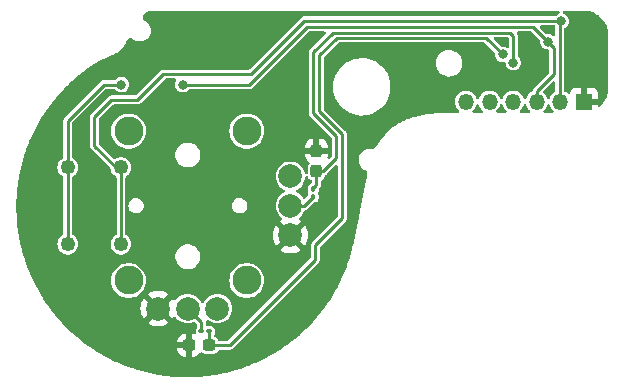
<source format=gbr>
%TF.GenerationSoftware,KiCad,Pcbnew,8.0.2*%
%TF.CreationDate,2024-08-31T11:30:38-07:00*%
%TF.ProjectId,UGC_SubStick_R4K,5547435f-5375-4625-9374-69636b5f5234,rev?*%
%TF.SameCoordinates,Original*%
%TF.FileFunction,Copper,L1,Top*%
%TF.FilePolarity,Positive*%
%FSLAX46Y46*%
G04 Gerber Fmt 4.6, Leading zero omitted, Abs format (unit mm)*
G04 Created by KiCad (PCBNEW 8.0.2) date 2024-08-31 11:30:38*
%MOMM*%
%LPD*%
G01*
G04 APERTURE LIST*
G04 Aperture macros list*
%AMRoundRect*
0 Rectangle with rounded corners*
0 $1 Rounding radius*
0 $2 $3 $4 $5 $6 $7 $8 $9 X,Y pos of 4 corners*
0 Add a 4 corners polygon primitive as box body*
4,1,4,$2,$3,$4,$5,$6,$7,$8,$9,$2,$3,0*
0 Add four circle primitives for the rounded corners*
1,1,$1+$1,$2,$3*
1,1,$1+$1,$4,$5*
1,1,$1+$1,$6,$7*
1,1,$1+$1,$8,$9*
0 Add four rect primitives between the rounded corners*
20,1,$1+$1,$2,$3,$4,$5,0*
20,1,$1+$1,$4,$5,$6,$7,0*
20,1,$1+$1,$6,$7,$8,$9,0*
20,1,$1+$1,$8,$9,$2,$3,0*%
G04 Aperture macros list end*
%TA.AperFunction,SMDPad,CuDef*%
%ADD10RoundRect,0.237500X-0.300000X-0.237500X0.300000X-0.237500X0.300000X0.237500X-0.300000X0.237500X0*%
%TD*%
%TA.AperFunction,SMDPad,CuDef*%
%ADD11RoundRect,0.100000X-0.130000X-0.100000X0.130000X-0.100000X0.130000X0.100000X-0.130000X0.100000X0*%
%TD*%
%TA.AperFunction,ComponentPad*%
%ADD12C,2.450000*%
%TD*%
%TA.AperFunction,ComponentPad*%
%ADD13C,1.250000*%
%TD*%
%TA.AperFunction,ComponentPad*%
%ADD14C,2.000000*%
%TD*%
%TA.AperFunction,ComponentPad*%
%ADD15R,1.350000X1.350000*%
%TD*%
%TA.AperFunction,ComponentPad*%
%ADD16O,1.350000X1.350000*%
%TD*%
%TA.AperFunction,SMDPad,CuDef*%
%ADD17RoundRect,0.237500X-0.237500X0.300000X-0.237500X-0.300000X0.237500X-0.300000X0.237500X0.300000X0*%
%TD*%
%TA.AperFunction,SMDPad,CuDef*%
%ADD18RoundRect,0.100000X0.100000X-0.130000X0.100000X0.130000X-0.100000X0.130000X-0.100000X-0.130000X0*%
%TD*%
%TA.AperFunction,ViaPad*%
%ADD19C,0.800000*%
%TD*%
%TA.AperFunction,Conductor*%
%ADD20C,0.250000*%
%TD*%
G04 APERTURE END LIST*
D10*
%TO.P,C1,1*%
%TO.N,GND*%
X247320900Y-161493200D03*
%TO.P,C1,2*%
%TO.N,RX*%
X249045900Y-161493200D03*
%TD*%
D11*
%TO.P,R1,2*%
%TO.N,RX*%
X249011400Y-160324800D03*
%TO.P,R1,1*%
%TO.N,Net-(SW1-X_OUT)*%
X248371400Y-160324800D03*
%TD*%
D12*
%TO.P,SW1,*%
%TO.N,*%
X242207200Y-143363518D03*
X242207200Y-156013518D03*
X252207200Y-143363518D03*
X252207200Y-156013518D03*
D13*
%TO.P,SW1,S1,1*%
%TO.N,RS_B_OUT*%
X241557200Y-146438518D03*
%TO.P,SW1,S2,2*%
X241557200Y-152938518D03*
%TO.P,SW1,S3,3*%
%TO.N,RS_B_IN*%
X237057200Y-146438518D03*
%TO.P,SW1,S4,4*%
X237057200Y-152938518D03*
D14*
%TO.P,SW1,X1,GND*%
%TO.N,GND*%
X244707200Y-158388518D03*
%TO.P,SW1,X2,X_OUT*%
%TO.N,Net-(SW1-X_OUT)*%
X247207200Y-158388518D03*
%TO.P,SW1,X3,VCC*%
%TO.N,+3V3*%
X249707200Y-158388518D03*
%TO.P,SW1,Y1,GND*%
%TO.N,GND*%
X255907200Y-152188518D03*
%TO.P,SW1,Y2,Y_OUT*%
%TO.N,Net-(SW1-Y_OUT)*%
X255907200Y-149688518D03*
%TO.P,SW1,Y3,VCC*%
%TO.N,+3V3*%
X255907200Y-147188518D03*
%TD*%
D15*
%TO.P,J1,1,Pin_1*%
%TO.N,GND*%
X280761001Y-140867407D03*
D16*
%TO.P,J1,2,Pin_2*%
%TO.N,RS_B_OUT*%
X278761001Y-140867407D03*
%TO.P,J1,3,Pin_3*%
%TO.N,RS_B_IN*%
X276761001Y-140867407D03*
%TO.P,J1,4,Pin_4*%
%TO.N,RY*%
X274761001Y-140867407D03*
%TO.P,J1,5,Pin_5*%
%TO.N,RX*%
X272761001Y-140867407D03*
%TO.P,J1,6,Pin_6*%
%TO.N,+3V3*%
X270761001Y-140867407D03*
%TD*%
D17*
%TO.P,C2,1*%
%TO.N,GND*%
X258100000Y-145037500D03*
%TO.P,C2,2*%
%TO.N,RY*%
X258100000Y-146762500D03*
%TD*%
D18*
%TO.P,R2,1*%
%TO.N,Net-(SW1-Y_OUT)*%
X257835400Y-148910000D03*
%TO.P,R2,2*%
%TO.N,RY*%
X257835400Y-148270000D03*
%TD*%
D19*
%TO.N,GND*%
X276402800Y-138480800D03*
X280000000Y-138900000D03*
X245872000Y-147929600D03*
X245694200Y-149402800D03*
X274193000Y-139065000D03*
X247065800Y-148793200D03*
%TO.N,RS_B_IN*%
X241600000Y-139425000D03*
X277698200Y-135788400D03*
X246775000Y-139425000D03*
%TO.N,RS_B_OUT*%
X278841200Y-134035800D03*
%TO.N,RY*%
X274777200Y-137566400D03*
%TO.N,RX*%
X273888200Y-136875000D03*
%TD*%
D20*
%TO.N,RX*%
X249045900Y-160359300D02*
X249011400Y-160324800D01*
X249045900Y-161493200D02*
X249045900Y-160359300D01*
%TO.N,Net-(SW1-X_OUT)*%
X248371400Y-159552718D02*
X248371400Y-160324800D01*
X247207200Y-158388518D02*
X248371400Y-159552718D01*
%TO.N,GND*%
X244838518Y-158788518D02*
X244700000Y-158650000D01*
%TO.N,RS_B_IN*%
X237057200Y-142467800D02*
X237057200Y-146438518D01*
X241600000Y-139425000D02*
X240100000Y-139425000D01*
X278200000Y-138550000D02*
X276761001Y-139988999D01*
X252400000Y-139425000D02*
X246775000Y-139425000D01*
X276761001Y-139988999D02*
X276761001Y-140867407D01*
X278200000Y-136290200D02*
X278200000Y-138550000D01*
X277698200Y-135788400D02*
X278200000Y-136290200D01*
X277698200Y-135788400D02*
X276459800Y-134550000D01*
X257275000Y-134550000D02*
X252400000Y-139425000D01*
X237057200Y-146438518D02*
X237057200Y-152938518D01*
X276459800Y-134550000D02*
X257275000Y-134550000D01*
X240100000Y-139425000D02*
X237057200Y-142467800D01*
%TO.N,RS_B_OUT*%
X240750000Y-140725000D02*
X239300000Y-142175000D01*
X278700000Y-134177000D02*
X278700000Y-140806406D01*
X239300000Y-142175000D02*
X239300000Y-144600000D01*
X245150000Y-138525000D02*
X242950000Y-140725000D01*
X252575000Y-138525000D02*
X245150000Y-138525000D01*
X241557200Y-152938518D02*
X241557200Y-146438518D01*
X239300000Y-144600000D02*
X241138518Y-146438518D01*
X241138518Y-146438518D02*
X241557200Y-146438518D01*
X278830400Y-134025000D02*
X257075000Y-134025000D01*
X278841200Y-134035800D02*
X278700000Y-134177000D01*
X242950000Y-140725000D02*
X240750000Y-140725000D01*
X278700000Y-140806406D02*
X278761001Y-140867407D01*
X257075000Y-134025000D02*
X252575000Y-138525000D01*
X278841200Y-134035800D02*
X278830400Y-134025000D01*
%TO.N,RY*%
X258687500Y-146762500D02*
X258100000Y-146762500D01*
X257850000Y-136675000D02*
X257850000Y-141850000D01*
X274475000Y-135025000D02*
X259500000Y-135025000D01*
X258100000Y-147925000D02*
X258100000Y-146762500D01*
X257850000Y-141850000D02*
X259775000Y-143775000D01*
X274777200Y-135327200D02*
X274475000Y-135025000D01*
X257835400Y-148270000D02*
X257835400Y-148189600D01*
X257835400Y-148189600D02*
X258100000Y-147925000D01*
X274777200Y-137566400D02*
X274777200Y-135327200D01*
X259775000Y-143775000D02*
X259775000Y-145675000D01*
X259500000Y-135025000D02*
X257850000Y-136675000D01*
X259775000Y-145675000D02*
X258687500Y-146762500D01*
%TO.N,RX*%
X250756800Y-161493200D02*
X249045900Y-161493200D01*
X272488200Y-135475000D02*
X259825000Y-135475000D01*
X258350000Y-136950000D02*
X258350000Y-141675000D01*
X258350000Y-141675000D02*
X260300000Y-143625000D01*
X273888200Y-136875000D02*
X272488200Y-135475000D01*
X258000000Y-154250000D02*
X250756800Y-161493200D01*
X258000000Y-153050000D02*
X258000000Y-154250000D01*
X260300000Y-150750000D02*
X258000000Y-153050000D01*
X260300000Y-143625000D02*
X260300000Y-150750000D01*
X259825000Y-135475000D02*
X258350000Y-136950000D01*
%TO.N,Net-(SW1-Y_OUT)*%
X255907200Y-149688518D02*
X257056882Y-149688518D01*
X257056882Y-149688518D02*
X257835400Y-148910000D01*
%TD*%
%TA.AperFunction,Conductor*%
%TO.N,GND*%
G36*
X278656731Y-133195796D02*
G01*
X278702486Y-133248600D01*
X278712430Y-133317758D01*
X278683405Y-133381314D01*
X278624627Y-133419088D01*
X278619367Y-133420508D01*
X278608833Y-133423104D01*
X278468962Y-133496515D01*
X278350712Y-133601274D01*
X278345743Y-133606884D01*
X278343426Y-133604831D01*
X278300102Y-133639935D01*
X278252346Y-133649500D01*
X257025563Y-133649500D01*
X256985259Y-133660299D01*
X256985259Y-133660300D01*
X256930062Y-133675090D01*
X256930061Y-133675090D01*
X256930059Y-133675091D01*
X256844436Y-133724526D01*
X252455782Y-138113181D01*
X252394459Y-138146666D01*
X252368101Y-138149500D01*
X245100564Y-138149500D01*
X245052812Y-138162295D01*
X245052811Y-138162294D01*
X245005066Y-138175088D01*
X245005059Y-138175091D01*
X244981126Y-138188908D01*
X244962250Y-138199807D01*
X244951546Y-138205986D01*
X244919440Y-138224522D01*
X244919435Y-138224526D01*
X242830782Y-140313181D01*
X242769459Y-140346666D01*
X242743101Y-140349500D01*
X240700564Y-140349500D01*
X240605063Y-140375089D01*
X240605060Y-140375090D01*
X240519440Y-140424522D01*
X240519435Y-140424526D01*
X239069438Y-141874525D01*
X238999527Y-141944435D01*
X238999525Y-141944437D01*
X238999525Y-141944438D01*
X238950090Y-142030062D01*
X238950090Y-142030063D01*
X238926557Y-142117890D01*
X238924500Y-142125565D01*
X238924500Y-144649435D01*
X238950090Y-144744938D01*
X238981170Y-144798770D01*
X238999526Y-144830563D01*
X238999528Y-144830565D01*
X240653978Y-146485015D01*
X240687463Y-146546338D01*
X240689617Y-146559730D01*
X240692266Y-146584936D01*
X240696115Y-146621549D01*
X240696116Y-146621551D01*
X240752983Y-146796571D01*
X240752986Y-146796577D01*
X240845005Y-146955958D01*
X240941360Y-147062972D01*
X240968149Y-147092724D01*
X240968151Y-147092726D01*
X241117030Y-147200893D01*
X241117033Y-147200895D01*
X241117039Y-147200899D01*
X241117045Y-147200901D01*
X241119694Y-147202431D01*
X241120928Y-147203725D01*
X241122296Y-147204719D01*
X241122114Y-147204969D01*
X241167912Y-147252995D01*
X241181700Y-147309822D01*
X241181700Y-152067213D01*
X241162015Y-152134252D01*
X241122213Y-152172203D01*
X241122296Y-152172317D01*
X241121452Y-152172930D01*
X241119703Y-152174598D01*
X241117040Y-152176135D01*
X240968151Y-152284309D01*
X240968149Y-152284311D01*
X240845004Y-152421079D01*
X240752986Y-152580458D01*
X240752983Y-152580464D01*
X240696116Y-152755485D01*
X240696115Y-152755489D01*
X240676878Y-152938518D01*
X240696115Y-153121547D01*
X240696116Y-153121550D01*
X240752983Y-153296571D01*
X240752986Y-153296577D01*
X240845005Y-153455958D01*
X240954527Y-153577595D01*
X240968149Y-153592724D01*
X240968151Y-153592726D01*
X241117034Y-153700896D01*
X241117035Y-153700896D01*
X241117039Y-153700899D01*
X241254153Y-153761946D01*
X241285161Y-153775752D01*
X241285166Y-153775754D01*
X241465181Y-153814018D01*
X241649219Y-153814018D01*
X241829234Y-153775754D01*
X241997361Y-153700899D01*
X242146250Y-153592725D01*
X242269395Y-153455958D01*
X242361414Y-153296577D01*
X242418285Y-153121547D01*
X242437522Y-152938518D01*
X242418285Y-152755489D01*
X242361414Y-152580459D01*
X242269395Y-152421078D01*
X242146250Y-152284311D01*
X242146248Y-152284309D01*
X241997359Y-152176135D01*
X241994697Y-152174598D01*
X241993464Y-152173305D01*
X241992104Y-152172317D01*
X241992284Y-152172068D01*
X241946483Y-152124030D01*
X241932700Y-152067213D01*
X241932700Y-149704891D01*
X241935666Y-149694788D01*
X241934283Y-149691891D01*
X241933989Y-149688224D01*
X242179487Y-149688224D01*
X242179722Y-149689350D01*
X242197123Y-149827097D01*
X242200119Y-149850807D01*
X242200119Y-149850811D01*
X242260336Y-150002900D01*
X242260341Y-150002909D01*
X242356483Y-150135238D01*
X242356484Y-150135239D01*
X242356486Y-150135240D01*
X242356487Y-150135242D01*
X242482529Y-150239512D01*
X242630541Y-150309161D01*
X242791224Y-150339813D01*
X242954482Y-150329542D01*
X243110056Y-150278993D01*
X243248172Y-150191342D01*
X243360151Y-150072097D01*
X243438956Y-149928750D01*
X243479637Y-149770308D01*
X243482200Y-149688518D01*
X250929617Y-149688518D01*
X250947123Y-149827097D01*
X250950119Y-149850808D01*
X250950119Y-149850811D01*
X251010336Y-150002900D01*
X251010341Y-150002909D01*
X251106483Y-150135238D01*
X251106484Y-150135239D01*
X251106486Y-150135240D01*
X251106487Y-150135242D01*
X251232529Y-150239512D01*
X251380541Y-150309161D01*
X251541224Y-150339813D01*
X251704482Y-150329542D01*
X251860056Y-150278993D01*
X251998172Y-150191342D01*
X252110151Y-150072097D01*
X252188956Y-149928750D01*
X252229637Y-149770308D01*
X252232200Y-149688518D01*
X252229637Y-149606728D01*
X252188956Y-149448286D01*
X252188955Y-149448285D01*
X252188955Y-149448283D01*
X252110154Y-149304944D01*
X252110151Y-149304939D01*
X251998173Y-149185695D01*
X251998172Y-149185694D01*
X251922268Y-149137524D01*
X251860055Y-149098042D01*
X251704482Y-149047494D01*
X251541227Y-149037223D01*
X251541226Y-149037223D01*
X251541224Y-149037223D01*
X251474198Y-149050009D01*
X251380543Y-149067874D01*
X251380541Y-149067875D01*
X251232529Y-149137524D01*
X251232527Y-149137525D01*
X251232526Y-149137526D01*
X251106484Y-149241796D01*
X251106483Y-149241797D01*
X251010341Y-149374126D01*
X251010336Y-149374135D01*
X250950119Y-149526224D01*
X250950119Y-149526227D01*
X250931686Y-149672144D01*
X250929617Y-149688518D01*
X243482200Y-149688518D01*
X243479637Y-149606728D01*
X243438956Y-149448286D01*
X243438955Y-149448285D01*
X243438955Y-149448283D01*
X243360154Y-149304944D01*
X243360151Y-149304939D01*
X243248173Y-149185695D01*
X243248172Y-149185694D01*
X243172268Y-149137524D01*
X243110055Y-149098042D01*
X242954482Y-149047494D01*
X242791227Y-149037223D01*
X242791226Y-149037223D01*
X242791224Y-149037223D01*
X242724198Y-149050009D01*
X242630543Y-149067874D01*
X242630541Y-149067875D01*
X242482529Y-149137524D01*
X242482527Y-149137525D01*
X242482526Y-149137526D01*
X242356484Y-149241796D01*
X242356483Y-149241797D01*
X242260341Y-149374126D01*
X242260336Y-149374135D01*
X242200119Y-149526224D01*
X242200119Y-149526227D01*
X242179722Y-149687686D01*
X242179487Y-149688224D01*
X241933989Y-149688224D01*
X241932700Y-149672144D01*
X241932700Y-147309822D01*
X241952385Y-147242783D01*
X241992186Y-147204832D01*
X241992104Y-147204719D01*
X241992954Y-147204101D01*
X241994706Y-147202431D01*
X241997350Y-147200903D01*
X241997361Y-147200899D01*
X242146250Y-147092725D01*
X242269395Y-146955958D01*
X242361414Y-146796577D01*
X242418285Y-146621547D01*
X242437522Y-146438518D01*
X242418285Y-146255489D01*
X242379803Y-146137054D01*
X242361416Y-146080464D01*
X242361413Y-146080458D01*
X242269395Y-145921078D01*
X242146250Y-145784311D01*
X242146248Y-145784309D01*
X241997365Y-145676139D01*
X241997362Y-145676137D01*
X241997361Y-145676137D01*
X241903286Y-145634252D01*
X241829238Y-145601283D01*
X241829233Y-145601281D01*
X241649219Y-145563018D01*
X241465181Y-145563018D01*
X241285166Y-145601281D01*
X241117042Y-145676135D01*
X241081162Y-145702202D01*
X241015355Y-145725679D01*
X240947301Y-145709851D01*
X240920599Y-145689562D01*
X240516085Y-145285048D01*
X246156700Y-145285048D01*
X246156700Y-145491987D01*
X246196237Y-145690752D01*
X246197070Y-145694938D01*
X246276259Y-145886116D01*
X246307747Y-145933241D01*
X246391224Y-146058175D01*
X246537542Y-146204493D01*
X246537545Y-146204495D01*
X246709602Y-146319459D01*
X246900780Y-146398648D01*
X247101221Y-146438518D01*
X247103730Y-146439017D01*
X247103734Y-146439018D01*
X247103735Y-146439018D01*
X247310666Y-146439018D01*
X247310667Y-146439017D01*
X247513620Y-146398648D01*
X247704798Y-146319459D01*
X247876855Y-146204495D01*
X248023177Y-146058173D01*
X248138141Y-145886116D01*
X248217330Y-145694938D01*
X248257700Y-145491983D01*
X248257700Y-145285053D01*
X248217330Y-145082098D01*
X248138141Y-144890920D01*
X248023177Y-144718863D01*
X248023175Y-144718860D01*
X247876857Y-144572542D01*
X247739527Y-144480782D01*
X247704798Y-144457577D01*
X247693253Y-144452795D01*
X247513620Y-144378388D01*
X247513612Y-144378386D01*
X247310669Y-144338018D01*
X247310665Y-144338018D01*
X247103735Y-144338018D01*
X247103730Y-144338018D01*
X246900787Y-144378386D01*
X246900779Y-144378388D01*
X246709603Y-144457576D01*
X246537542Y-144572542D01*
X246391224Y-144718860D01*
X246276258Y-144890921D01*
X246197070Y-145082097D01*
X246197068Y-145082105D01*
X246156700Y-145285048D01*
X240516085Y-145285048D01*
X239711819Y-144480782D01*
X239678334Y-144419459D01*
X239675500Y-144393101D01*
X239675500Y-143363512D01*
X240726643Y-143363512D01*
X240726643Y-143363523D01*
X240746834Y-143607201D01*
X240746836Y-143607213D01*
X240806863Y-143844252D01*
X240905088Y-144068184D01*
X241038832Y-144272896D01*
X241204442Y-144452795D01*
X241204452Y-144452804D01*
X241397408Y-144602988D01*
X241397412Y-144602991D01*
X241611524Y-144718863D01*
X241612467Y-144719373D01*
X241612470Y-144719374D01*
X241843741Y-144798769D01*
X241843743Y-144798769D01*
X241843745Y-144798770D01*
X242084937Y-144839018D01*
X242084938Y-144839018D01*
X242329462Y-144839018D01*
X242329463Y-144839018D01*
X242570655Y-144798770D01*
X242801933Y-144719373D01*
X243016988Y-144602991D01*
X243209954Y-144452799D01*
X243375568Y-144272895D01*
X243509311Y-144068185D01*
X243607536Y-143844254D01*
X243667564Y-143607210D01*
X243667565Y-143607201D01*
X243687757Y-143363523D01*
X243687757Y-143363512D01*
X250726643Y-143363512D01*
X250726643Y-143363523D01*
X250746834Y-143607201D01*
X250746836Y-143607213D01*
X250806863Y-143844252D01*
X250905088Y-144068184D01*
X251038832Y-144272896D01*
X251204442Y-144452795D01*
X251204452Y-144452804D01*
X251397408Y-144602988D01*
X251397412Y-144602991D01*
X251611524Y-144718863D01*
X251612467Y-144719373D01*
X251612470Y-144719374D01*
X251843741Y-144798769D01*
X251843743Y-144798769D01*
X251843745Y-144798770D01*
X252084937Y-144839018D01*
X252084938Y-144839018D01*
X252329462Y-144839018D01*
X252329463Y-144839018D01*
X252570655Y-144798770D01*
X252801933Y-144719373D01*
X252859268Y-144688345D01*
X257125000Y-144688345D01*
X257125000Y-144787500D01*
X257850000Y-144787500D01*
X258350000Y-144787500D01*
X259074999Y-144787500D01*
X259074999Y-144688360D01*
X259074998Y-144688345D01*
X259064680Y-144587347D01*
X259010453Y-144423699D01*
X259010448Y-144423688D01*
X258919947Y-144276965D01*
X258919944Y-144276961D01*
X258798038Y-144155055D01*
X258798034Y-144155052D01*
X258651311Y-144064551D01*
X258651300Y-144064546D01*
X258487652Y-144010319D01*
X258386654Y-144000000D01*
X258350000Y-144000000D01*
X258350000Y-144787500D01*
X257850000Y-144787500D01*
X257850000Y-144000000D01*
X257813361Y-144000000D01*
X257813343Y-144000001D01*
X257712347Y-144010319D01*
X257548699Y-144064546D01*
X257548688Y-144064551D01*
X257401965Y-144155052D01*
X257401961Y-144155055D01*
X257280055Y-144276961D01*
X257280052Y-144276965D01*
X257189551Y-144423688D01*
X257189546Y-144423699D01*
X257135319Y-144587347D01*
X257125000Y-144688345D01*
X252859268Y-144688345D01*
X253016988Y-144602991D01*
X253209954Y-144452799D01*
X253375568Y-144272895D01*
X253509311Y-144068185D01*
X253607536Y-143844254D01*
X253667564Y-143607210D01*
X253667565Y-143607201D01*
X253687757Y-143363523D01*
X253687757Y-143363512D01*
X253667565Y-143119834D01*
X253667563Y-143119822D01*
X253651760Y-143057417D01*
X253607536Y-142882782D01*
X253509311Y-142658851D01*
X253482861Y-142618366D01*
X253375567Y-142454139D01*
X253209957Y-142274240D01*
X253209947Y-142274231D01*
X253016991Y-142124047D01*
X253016987Y-142124044D01*
X252801934Y-142007663D01*
X252801929Y-142007661D01*
X252570658Y-141928266D01*
X252342221Y-141890147D01*
X252329463Y-141888018D01*
X252084937Y-141888018D01*
X252072179Y-141890147D01*
X251843741Y-141928266D01*
X251612470Y-142007661D01*
X251612465Y-142007663D01*
X251397412Y-142124044D01*
X251397408Y-142124047D01*
X251204452Y-142274231D01*
X251204442Y-142274240D01*
X251038832Y-142454139D01*
X250905088Y-142658851D01*
X250806863Y-142882783D01*
X250746836Y-143119822D01*
X250746834Y-143119834D01*
X250726643Y-143363512D01*
X243687757Y-143363512D01*
X243667565Y-143119834D01*
X243667563Y-143119822D01*
X243651760Y-143057417D01*
X243607536Y-142882782D01*
X243509311Y-142658851D01*
X243482861Y-142618366D01*
X243375567Y-142454139D01*
X243209957Y-142274240D01*
X243209947Y-142274231D01*
X243016991Y-142124047D01*
X243016987Y-142124044D01*
X242801934Y-142007663D01*
X242801929Y-142007661D01*
X242570658Y-141928266D01*
X242342221Y-141890147D01*
X242329463Y-141888018D01*
X242084937Y-141888018D01*
X242072179Y-141890147D01*
X241843741Y-141928266D01*
X241612470Y-142007661D01*
X241612465Y-142007663D01*
X241397412Y-142124044D01*
X241397408Y-142124047D01*
X241204452Y-142274231D01*
X241204442Y-142274240D01*
X241038832Y-142454139D01*
X240905088Y-142658851D01*
X240806863Y-142882783D01*
X240746836Y-143119822D01*
X240746834Y-143119834D01*
X240726643Y-143363512D01*
X239675500Y-143363512D01*
X239675500Y-142381899D01*
X239695185Y-142314860D01*
X239711819Y-142294218D01*
X240869219Y-141136819D01*
X240930542Y-141103334D01*
X240956900Y-141100500D01*
X242999435Y-141100500D01*
X242999436Y-141100500D01*
X243047186Y-141087705D01*
X243094938Y-141074910D01*
X243180562Y-141025475D01*
X243250475Y-140955562D01*
X243250474Y-140955562D01*
X243309043Y-140896993D01*
X245269219Y-138936819D01*
X245330542Y-138903334D01*
X245356900Y-138900500D01*
X246110357Y-138900500D01*
X246177396Y-138920185D01*
X246223151Y-138972989D01*
X246233095Y-139042147D01*
X246212407Y-139094940D01*
X246194780Y-139120475D01*
X246194780Y-139120476D01*
X246138762Y-139268181D01*
X246119722Y-139424999D01*
X246119722Y-139425000D01*
X246138762Y-139581818D01*
X246166730Y-139655562D01*
X246194780Y-139729523D01*
X246284517Y-139859530D01*
X246402760Y-139964283D01*
X246402762Y-139964284D01*
X246542634Y-140037696D01*
X246696014Y-140075500D01*
X246696015Y-140075500D01*
X246853985Y-140075500D01*
X247007365Y-140037696D01*
X247042914Y-140019038D01*
X247147240Y-139964283D01*
X247265483Y-139859530D01*
X247269257Y-139854061D01*
X247323537Y-139810071D01*
X247371308Y-139800500D01*
X252449435Y-139800500D01*
X252449436Y-139800500D01*
X252497186Y-139787705D01*
X252544938Y-139774910D01*
X252630562Y-139725475D01*
X252700475Y-139655562D01*
X257394218Y-134961819D01*
X257455541Y-134928334D01*
X257481899Y-134925500D01*
X258769101Y-134925500D01*
X258836140Y-134945185D01*
X258881895Y-134997989D01*
X258891839Y-135067147D01*
X258862814Y-135130703D01*
X258856782Y-135137181D01*
X257549526Y-136444436D01*
X257500091Y-136530059D01*
X257500091Y-136530060D01*
X257500090Y-136530062D01*
X257474500Y-136625565D01*
X257474500Y-136625567D01*
X257474500Y-141899435D01*
X257476140Y-141905555D01*
X257476141Y-141905563D01*
X257476142Y-141905563D01*
X257500090Y-141994939D01*
X257507437Y-142007663D01*
X257532169Y-142050500D01*
X257549526Y-142080563D01*
X257549528Y-142080565D01*
X259363181Y-143894218D01*
X259396666Y-143955541D01*
X259399500Y-143981899D01*
X259399500Y-145468100D01*
X259379815Y-145535139D01*
X259363181Y-145555781D01*
X259252941Y-145666021D01*
X259191618Y-145699506D01*
X259121926Y-145694522D01*
X259065993Y-145652650D01*
X259041576Y-145587186D01*
X259047554Y-145539335D01*
X259064681Y-145487650D01*
X259074999Y-145386654D01*
X259075000Y-145386641D01*
X259075000Y-145287500D01*
X257125001Y-145287500D01*
X257125001Y-145386654D01*
X257135319Y-145487652D01*
X257189546Y-145651300D01*
X257189551Y-145651311D01*
X257280052Y-145798034D01*
X257280055Y-145798038D01*
X257401960Y-145919943D01*
X257462369Y-145957204D01*
X257509093Y-146009152D01*
X257520315Y-146078115D01*
X257496539Y-146137054D01*
X257429789Y-146226219D01*
X257380748Y-146357700D01*
X257374500Y-146415809D01*
X257374500Y-146891118D01*
X257354815Y-146958157D01*
X257302011Y-147003912D01*
X257232853Y-147013856D01*
X257169297Y-146984831D01*
X257131523Y-146926053D01*
X257130725Y-146923211D01*
X257086777Y-146759195D01*
X257086776Y-146759194D01*
X257086775Y-146759188D01*
X256994302Y-146560880D01*
X256994300Y-146560877D01*
X256994299Y-146560875D01*
X256868799Y-146381642D01*
X256806616Y-146319459D01*
X256714077Y-146226920D01*
X256534839Y-146101416D01*
X256534840Y-146101416D01*
X256534838Y-146101415D01*
X256381232Y-146029788D01*
X256336530Y-146008943D01*
X256336526Y-146008942D01*
X256336522Y-146008940D01*
X256125177Y-145952311D01*
X255907202Y-145933241D01*
X255907198Y-145933241D01*
X255761882Y-145945954D01*
X255689223Y-145952311D01*
X255689220Y-145952311D01*
X255477877Y-146008940D01*
X255477868Y-146008944D01*
X255279561Y-146101416D01*
X255279557Y-146101418D01*
X255100321Y-146226920D01*
X254945602Y-146381639D01*
X254820100Y-146560875D01*
X254820098Y-146560879D01*
X254727626Y-146759186D01*
X254727622Y-146759195D01*
X254670993Y-146970538D01*
X254670993Y-146970541D01*
X254667204Y-147013856D01*
X254651923Y-147188515D01*
X254651923Y-147188520D01*
X254670993Y-147406493D01*
X254670993Y-147406497D01*
X254727622Y-147617840D01*
X254727624Y-147617844D01*
X254727625Y-147617848D01*
X254756605Y-147679995D01*
X254820097Y-147816156D01*
X254820098Y-147816157D01*
X254945602Y-147995395D01*
X255100323Y-148150116D01*
X255279561Y-148275620D01*
X255387893Y-148326136D01*
X255440332Y-148372308D01*
X255459484Y-148439502D01*
X255439268Y-148506383D01*
X255387893Y-148550900D01*
X255279562Y-148601416D01*
X255279557Y-148601418D01*
X255100321Y-148726920D01*
X254945602Y-148881639D01*
X254820100Y-149060875D01*
X254820098Y-149060879D01*
X254739300Y-149234149D01*
X254733550Y-149246483D01*
X254727626Y-149259186D01*
X254727622Y-149259195D01*
X254670993Y-149470538D01*
X254670993Y-149470542D01*
X254651923Y-149688515D01*
X254651923Y-149688520D01*
X254670993Y-149906493D01*
X254670993Y-149906497D01*
X254727622Y-150117840D01*
X254727624Y-150117844D01*
X254727625Y-150117848D01*
X254735735Y-150135239D01*
X254820097Y-150316156D01*
X254820098Y-150316157D01*
X254945602Y-150495395D01*
X254945606Y-150495399D01*
X255100322Y-150650115D01*
X255153021Y-150687016D01*
X255196646Y-150741593D01*
X255203838Y-150811092D01*
X255172315Y-150873446D01*
X255140915Y-150897644D01*
X255083965Y-150928463D01*
X255037142Y-150964906D01*
X255037142Y-150964908D01*
X255777790Y-151705555D01*
X255714207Y-151722593D01*
X255600193Y-151788419D01*
X255507101Y-151881511D01*
X255441275Y-151995525D01*
X255424237Y-152059107D01*
X254683764Y-151318634D01*
X254583467Y-151472150D01*
X254483612Y-151699800D01*
X254422587Y-151940779D01*
X254422585Y-151940788D01*
X254402059Y-152188512D01*
X254402059Y-152188523D01*
X254422585Y-152436247D01*
X254422587Y-152436256D01*
X254483612Y-152677235D01*
X254583466Y-152904882D01*
X254683764Y-153058400D01*
X255424237Y-152317927D01*
X255441275Y-152381511D01*
X255507101Y-152495525D01*
X255600193Y-152588617D01*
X255714207Y-152654443D01*
X255777790Y-152671480D01*
X255037142Y-153412127D01*
X255083968Y-153448573D01*
X255083970Y-153448574D01*
X255302585Y-153566882D01*
X255302596Y-153566887D01*
X255537706Y-153647601D01*
X255782907Y-153688518D01*
X256031493Y-153688518D01*
X256276693Y-153647601D01*
X256511803Y-153566887D01*
X256511814Y-153566882D01*
X256730428Y-153448575D01*
X256730431Y-153448573D01*
X256777256Y-153412127D01*
X256036609Y-152671480D01*
X256100193Y-152654443D01*
X256214207Y-152588617D01*
X256307299Y-152495525D01*
X256373125Y-152381511D01*
X256390162Y-152317928D01*
X257130634Y-153058400D01*
X257230931Y-152904887D01*
X257330787Y-152677235D01*
X257391812Y-152436256D01*
X257391814Y-152436247D01*
X257412341Y-152188523D01*
X257412341Y-152188512D01*
X257391814Y-151940788D01*
X257391812Y-151940779D01*
X257330787Y-151699800D01*
X257230931Y-151472148D01*
X257130634Y-151318634D01*
X256390162Y-152059107D01*
X256373125Y-151995525D01*
X256307299Y-151881511D01*
X256214207Y-151788419D01*
X256100193Y-151722593D01*
X256036610Y-151705555D01*
X256777257Y-150964908D01*
X256777256Y-150964907D01*
X256730429Y-150928461D01*
X256730425Y-150928458D01*
X256673484Y-150897643D01*
X256623894Y-150848424D01*
X256608786Y-150780207D01*
X256632957Y-150714651D01*
X256661373Y-150687019D01*
X256714077Y-150650116D01*
X256868798Y-150495395D01*
X256994302Y-150316157D01*
X257086775Y-150117848D01*
X257086775Y-150117844D01*
X257088233Y-150114720D01*
X257134405Y-150062280D01*
X257168520Y-150047350D01*
X257201820Y-150038428D01*
X257287444Y-149988993D01*
X257357357Y-149919080D01*
X257357356Y-149919080D01*
X257415916Y-149860520D01*
X257849620Y-149426816D01*
X257910942Y-149393334D01*
X257937300Y-149390500D01*
X257968661Y-149390500D01*
X257991371Y-149387191D01*
X258036793Y-149380573D01*
X258141883Y-149329198D01*
X258224598Y-149246483D01*
X258275973Y-149141393D01*
X258285900Y-149073260D01*
X258285900Y-148746740D01*
X258275973Y-148678607D01*
X258259279Y-148644459D01*
X258247519Y-148575590D01*
X258259278Y-148535540D01*
X258275973Y-148501393D01*
X258285900Y-148433260D01*
X258285900Y-148321499D01*
X258305585Y-148254460D01*
X258322219Y-148233818D01*
X258338552Y-148217485D01*
X258400474Y-148155563D01*
X258428662Y-148106740D01*
X258449910Y-148069938D01*
X258475500Y-147974435D01*
X258475500Y-147617962D01*
X258495185Y-147550923D01*
X258547989Y-147505168D01*
X258556171Y-147501779D01*
X258573774Y-147495214D01*
X258573775Y-147495212D01*
X258573778Y-147495212D01*
X258686116Y-147411116D01*
X258770212Y-147298778D01*
X258819251Y-147167299D01*
X258819251Y-147167294D01*
X258819874Y-147164660D01*
X258820920Y-147162821D01*
X258821962Y-147160030D01*
X258822414Y-147160198D01*
X258854446Y-147103943D01*
X258878544Y-147085790D01*
X258918062Y-147062975D01*
X258987975Y-146993062D01*
X259712819Y-146268218D01*
X259774142Y-146234733D01*
X259843834Y-146239717D01*
X259899767Y-146281589D01*
X259924184Y-146347053D01*
X259924500Y-146355899D01*
X259924500Y-150543101D01*
X259904815Y-150610140D01*
X259888181Y-150630782D01*
X257699526Y-152819436D01*
X257650091Y-152905059D01*
X257650091Y-152905060D01*
X257650090Y-152905062D01*
X257624500Y-153000565D01*
X257624500Y-153000567D01*
X257624500Y-154043100D01*
X257604815Y-154110139D01*
X257588181Y-154130781D01*
X250637582Y-161081381D01*
X250576259Y-161114866D01*
X250549901Y-161117700D01*
X249901362Y-161117700D01*
X249834323Y-161098015D01*
X249788568Y-161045211D01*
X249785186Y-161037047D01*
X249778612Y-161019422D01*
X249694516Y-160907084D01*
X249582178Y-160822988D01*
X249502833Y-160793393D01*
X249446900Y-160751521D01*
X249422484Y-160686057D01*
X249434767Y-160622754D01*
X249481973Y-160526193D01*
X249491900Y-160458060D01*
X249491900Y-160191540D01*
X249481973Y-160123407D01*
X249430598Y-160018317D01*
X249430596Y-160018315D01*
X249430596Y-160018314D01*
X249347885Y-159935603D01*
X249242791Y-159884226D01*
X249174661Y-159874300D01*
X249174660Y-159874300D01*
X248870900Y-159874300D01*
X248803861Y-159854615D01*
X248758106Y-159801811D01*
X248746900Y-159750300D01*
X248746900Y-159503286D01*
X248745892Y-159495633D01*
X248756653Y-159426597D01*
X248803030Y-159374338D01*
X248870298Y-159355449D01*
X248937100Y-159375926D01*
X248939907Y-159377833D01*
X249079561Y-159475620D01*
X249277870Y-159568093D01*
X249489223Y-159624725D01*
X249672126Y-159640726D01*
X249707198Y-159643795D01*
X249707200Y-159643795D01*
X249707202Y-159643795D01*
X249735454Y-159641323D01*
X249925177Y-159624725D01*
X250136530Y-159568093D01*
X250334839Y-159475620D01*
X250514077Y-159350116D01*
X250668798Y-159195395D01*
X250794302Y-159016157D01*
X250886775Y-158817848D01*
X250943407Y-158606495D01*
X250962477Y-158388518D01*
X250962476Y-158388512D01*
X250951858Y-158267141D01*
X250943407Y-158170541D01*
X250907079Y-158034965D01*
X250886777Y-157959195D01*
X250886776Y-157959194D01*
X250886775Y-157959188D01*
X250794302Y-157760880D01*
X250794300Y-157760877D01*
X250794299Y-157760875D01*
X250668799Y-157581642D01*
X250600525Y-157513368D01*
X250514077Y-157426920D01*
X250334839Y-157301416D01*
X250334840Y-157301416D01*
X250334838Y-157301415D01*
X250205967Y-157241322D01*
X250136530Y-157208943D01*
X250136526Y-157208942D01*
X250136522Y-157208940D01*
X249925177Y-157152311D01*
X249707202Y-157133241D01*
X249707198Y-157133241D01*
X249561882Y-157145954D01*
X249489223Y-157152311D01*
X249489220Y-157152311D01*
X249277877Y-157208940D01*
X249277870Y-157208942D01*
X249277870Y-157208943D01*
X249262367Y-157216172D01*
X249079561Y-157301416D01*
X249079557Y-157301418D01*
X248900321Y-157426920D01*
X248745602Y-157581639D01*
X248620100Y-157760875D01*
X248620098Y-157760880D01*
X248569582Y-157869211D01*
X248523409Y-157921650D01*
X248456216Y-157940802D01*
X248389335Y-157920586D01*
X248344818Y-157869211D01*
X248329190Y-157835698D01*
X248294302Y-157760880D01*
X248294299Y-157760876D01*
X248294299Y-157760875D01*
X248168799Y-157581642D01*
X248100525Y-157513368D01*
X248014077Y-157426920D01*
X247834839Y-157301416D01*
X247834840Y-157301416D01*
X247834838Y-157301415D01*
X247705967Y-157241322D01*
X247636530Y-157208943D01*
X247636526Y-157208942D01*
X247636522Y-157208940D01*
X247425177Y-157152311D01*
X247207202Y-157133241D01*
X247207198Y-157133241D01*
X247061882Y-157145954D01*
X246989223Y-157152311D01*
X246989220Y-157152311D01*
X246777877Y-157208940D01*
X246777870Y-157208942D01*
X246777870Y-157208943D01*
X246762367Y-157216172D01*
X246579561Y-157301416D01*
X246579557Y-157301418D01*
X246400321Y-157426920D01*
X246245603Y-157581638D01*
X246209090Y-157633784D01*
X246154513Y-157677408D01*
X246085014Y-157684600D01*
X246022660Y-157653077D01*
X246003708Y-157630481D01*
X245930634Y-157518634D01*
X245190162Y-158259107D01*
X245173125Y-158195525D01*
X245107299Y-158081511D01*
X245014207Y-157988419D01*
X244900193Y-157922593D01*
X244836610Y-157905555D01*
X245577257Y-157164908D01*
X245577256Y-157164907D01*
X245530429Y-157128461D01*
X245311814Y-157010153D01*
X245311803Y-157010148D01*
X245076693Y-156929434D01*
X244831493Y-156888518D01*
X244582907Y-156888518D01*
X244337706Y-156929434D01*
X244102596Y-157010148D01*
X244102590Y-157010150D01*
X243883961Y-157128467D01*
X243837142Y-157164906D01*
X243837142Y-157164908D01*
X244577790Y-157905555D01*
X244514207Y-157922593D01*
X244400193Y-157988419D01*
X244307101Y-158081511D01*
X244241275Y-158195525D01*
X244224237Y-158259107D01*
X243483764Y-157518634D01*
X243383467Y-157672150D01*
X243283612Y-157899800D01*
X243222587Y-158140779D01*
X243222585Y-158140788D01*
X243202059Y-158388512D01*
X243202059Y-158388523D01*
X243222585Y-158636247D01*
X243222587Y-158636256D01*
X243283612Y-158877235D01*
X243383466Y-159104882D01*
X243483764Y-159258400D01*
X244224237Y-158517927D01*
X244241275Y-158581511D01*
X244307101Y-158695525D01*
X244400193Y-158788617D01*
X244514207Y-158854443D01*
X244577790Y-158871480D01*
X243837142Y-159612127D01*
X243883968Y-159648573D01*
X243883970Y-159648574D01*
X244102585Y-159766882D01*
X244102596Y-159766887D01*
X244337706Y-159847601D01*
X244582907Y-159888518D01*
X244831493Y-159888518D01*
X245076693Y-159847601D01*
X245311803Y-159766887D01*
X245311814Y-159766882D01*
X245530428Y-159648575D01*
X245530431Y-159648573D01*
X245577256Y-159612127D01*
X244836609Y-158871480D01*
X244900193Y-158854443D01*
X245014207Y-158788617D01*
X245107299Y-158695525D01*
X245173125Y-158581511D01*
X245190162Y-158517928D01*
X245930634Y-159258400D01*
X246003709Y-159146553D01*
X246056855Y-159101196D01*
X246126087Y-159091773D01*
X246189422Y-159121275D01*
X246209087Y-159143246D01*
X246245602Y-159195395D01*
X246400323Y-159350116D01*
X246579561Y-159475620D01*
X246777870Y-159568093D01*
X246989223Y-159624725D01*
X247172126Y-159640726D01*
X247207198Y-159643795D01*
X247207200Y-159643795D01*
X247207202Y-159643795D01*
X247235454Y-159641323D01*
X247425177Y-159624725D01*
X247636530Y-159568093D01*
X247707337Y-159535074D01*
X247776412Y-159524583D01*
X247840196Y-159553102D01*
X247847421Y-159559776D01*
X247959581Y-159671936D01*
X247993066Y-159733259D01*
X247995900Y-159759617D01*
X247995900Y-159923256D01*
X247976215Y-159990295D01*
X247959581Y-160010937D01*
X247952203Y-160018314D01*
X247900826Y-160123408D01*
X247890900Y-160191539D01*
X247890900Y-160403449D01*
X247871215Y-160470488D01*
X247818411Y-160516243D01*
X247754298Y-160526807D01*
X247670056Y-160518200D01*
X247570900Y-160518200D01*
X247570900Y-162468199D01*
X247670040Y-162468199D01*
X247670054Y-162468198D01*
X247771052Y-162457880D01*
X247934700Y-162403653D01*
X247934711Y-162403648D01*
X248081434Y-162313147D01*
X248081438Y-162313144D01*
X248203345Y-162191237D01*
X248240604Y-162130831D01*
X248292552Y-162084106D01*
X248361514Y-162072883D01*
X248420452Y-162096660D01*
X248509622Y-162163412D01*
X248584216Y-162191234D01*
X248641100Y-162212451D01*
X248699209Y-162218699D01*
X248699226Y-162218700D01*
X249392574Y-162218700D01*
X249392590Y-162218699D01*
X249450699Y-162212451D01*
X249582178Y-162163412D01*
X249694516Y-162079316D01*
X249778612Y-161966978D01*
X249785181Y-161949365D01*
X249827051Y-161893433D01*
X249892516Y-161869016D01*
X249901362Y-161868700D01*
X250806235Y-161868700D01*
X250806236Y-161868700D01*
X250853986Y-161855905D01*
X250901738Y-161843110D01*
X250987362Y-161793675D01*
X251057275Y-161723762D01*
X251057274Y-161723762D01*
X251115843Y-161665193D01*
X251115842Y-161665193D01*
X258300475Y-154480563D01*
X258349911Y-154394937D01*
X258375500Y-154299436D01*
X258375500Y-154200564D01*
X258375500Y-153256899D01*
X258395185Y-153189860D01*
X258411819Y-153169218D01*
X259458345Y-152122692D01*
X260600474Y-150980563D01*
X260632712Y-150924725D01*
X260649910Y-150894938D01*
X260675500Y-150799435D01*
X260675500Y-143575565D01*
X260649910Y-143480062D01*
X260600475Y-143394438D01*
X260530562Y-143324525D01*
X258761819Y-141555782D01*
X258728334Y-141494459D01*
X258725500Y-141468101D01*
X258725500Y-139619733D01*
X259505225Y-139619733D01*
X259513527Y-139749056D01*
X259525195Y-139930792D01*
X259525195Y-139930797D01*
X259584779Y-140236745D01*
X259584781Y-140236752D01*
X259682999Y-140532570D01*
X259818238Y-140813397D01*
X259818243Y-140813406D01*
X259988281Y-141074631D01*
X259988288Y-141074641D01*
X260190334Y-141311976D01*
X260190344Y-141311986D01*
X260421078Y-141521533D01*
X260421084Y-141521537D01*
X260421086Y-141521539D01*
X260676735Y-141699869D01*
X260953090Y-141844043D01*
X261245612Y-141951694D01*
X261549499Y-142021054D01*
X261859760Y-142050985D01*
X262171302Y-142040994D01*
X262479009Y-141991247D01*
X262777827Y-141902559D01*
X263062851Y-141776387D01*
X263329401Y-141614803D01*
X263573099Y-141420460D01*
X263789944Y-141196550D01*
X263976377Y-140946747D01*
X264129334Y-140675156D01*
X264246306Y-140386234D01*
X264325370Y-140084727D01*
X264365230Y-139775584D01*
X264367726Y-139619733D01*
X264365230Y-139463882D01*
X264325370Y-139154739D01*
X264246306Y-138853232D01*
X264129334Y-138564310D01*
X263976377Y-138292719D01*
X263930304Y-138230986D01*
X263789945Y-138042917D01*
X263789946Y-138042917D01*
X263573097Y-137819004D01*
X263393622Y-137675878D01*
X263329401Y-137624663D01*
X263323982Y-137621378D01*
X268211711Y-137621378D01*
X268232087Y-137834769D01*
X268232088Y-137834773D01*
X268290417Y-138033425D01*
X268292480Y-138040449D01*
X268356605Y-138164834D01*
X268390708Y-138230986D01*
X268523214Y-138399479D01*
X268523215Y-138399480D01*
X268523217Y-138399482D01*
X268605417Y-138470709D01*
X268685223Y-138539862D01*
X268785709Y-138597877D01*
X268870864Y-138647041D01*
X269073437Y-138717152D01*
X269285618Y-138747659D01*
X269499737Y-138737460D01*
X269708057Y-138686922D01*
X269795386Y-138647040D01*
X269903038Y-138597877D01*
X269903041Y-138597875D01*
X269903048Y-138597872D01*
X270077663Y-138473530D01*
X270225590Y-138318388D01*
X270341483Y-138138055D01*
X270421153Y-137939048D01*
X270461722Y-137728559D01*
X270464269Y-137621378D01*
X270461722Y-137514197D01*
X270421153Y-137303708D01*
X270341483Y-137104701D01*
X270225590Y-136924368D01*
X270077663Y-136769226D01*
X270077662Y-136769225D01*
X269903050Y-136644885D01*
X269903038Y-136644878D01*
X269708063Y-136555836D01*
X269708059Y-136555834D01*
X269600616Y-136529769D01*
X269499737Y-136505296D01*
X269499734Y-136505295D01*
X269499736Y-136505295D01*
X269285621Y-136495097D01*
X269285620Y-136495097D01*
X269285618Y-136495097D01*
X269073437Y-136525604D01*
X269073436Y-136525604D01*
X269073431Y-136525605D01*
X268870862Y-136595715D01*
X268685223Y-136702893D01*
X268523218Y-136843273D01*
X268523214Y-136843276D01*
X268390708Y-137011769D01*
X268292479Y-137202309D01*
X268232088Y-137407982D01*
X268232087Y-137407986D01*
X268211711Y-137621378D01*
X263323982Y-137621378D01*
X263062851Y-137463079D01*
X263062845Y-137463076D01*
X263062843Y-137463075D01*
X262777834Y-137336909D01*
X262479006Y-137248218D01*
X262282966Y-137216524D01*
X262171302Y-137198472D01*
X262171299Y-137198471D01*
X262171294Y-137198471D01*
X261859762Y-137188480D01*
X261549497Y-137218412D01*
X261245612Y-137287772D01*
X261245607Y-137287773D01*
X260953096Y-137395420D01*
X260953083Y-137395426D01*
X260676737Y-137539595D01*
X260421078Y-137717932D01*
X260190344Y-137927479D01*
X260190334Y-137927489D01*
X259988288Y-138164824D01*
X259988281Y-138164834D01*
X259818243Y-138426059D01*
X259818238Y-138426068D01*
X259682999Y-138706895D01*
X259584781Y-139002713D01*
X259584779Y-139002720D01*
X259525195Y-139308668D01*
X259525195Y-139308672D01*
X259505225Y-139619733D01*
X258725500Y-139619733D01*
X258725500Y-137156899D01*
X258745185Y-137089860D01*
X258761819Y-137069218D01*
X259944218Y-135886819D01*
X260005541Y-135853334D01*
X260031899Y-135850500D01*
X272281301Y-135850500D01*
X272348340Y-135870185D01*
X272368982Y-135886819D01*
X273203681Y-136721518D01*
X273237166Y-136782841D01*
X273239096Y-136824143D01*
X273232922Y-136874997D01*
X273232922Y-136875000D01*
X273251962Y-137031818D01*
X273299400Y-137156899D01*
X273307980Y-137179523D01*
X273397717Y-137309530D01*
X273515960Y-137414283D01*
X273515962Y-137414284D01*
X273655834Y-137487696D01*
X273809214Y-137525500D01*
X273809215Y-137525500D01*
X273967185Y-137525500D01*
X273976698Y-137523155D01*
X274046499Y-137526220D01*
X274103563Y-137566537D01*
X274129474Y-137628603D01*
X274140963Y-137723219D01*
X274177290Y-137819004D01*
X274196980Y-137870923D01*
X274286717Y-138000930D01*
X274404960Y-138105683D01*
X274404962Y-138105684D01*
X274544834Y-138179096D01*
X274698214Y-138216900D01*
X274698215Y-138216900D01*
X274856185Y-138216900D01*
X275009565Y-138179096D01*
X275017198Y-138175090D01*
X275149440Y-138105683D01*
X275267683Y-138000930D01*
X275357420Y-137870923D01*
X275413437Y-137723218D01*
X275432478Y-137566400D01*
X275426140Y-137514197D01*
X275413437Y-137409581D01*
X275375492Y-137309530D01*
X275357420Y-137261877D01*
X275267683Y-137131870D01*
X275267681Y-137131868D01*
X275194473Y-137067011D01*
X275157346Y-137007822D01*
X275152700Y-136974196D01*
X275152700Y-135277767D01*
X275152700Y-135277765D01*
X275127110Y-135182262D01*
X275086254Y-135111497D01*
X275069782Y-135043601D01*
X275092634Y-134977573D01*
X275147555Y-134934383D01*
X275193642Y-134925500D01*
X276252901Y-134925500D01*
X276319940Y-134945185D01*
X276340582Y-134961819D01*
X277013681Y-135634918D01*
X277047166Y-135696241D01*
X277049096Y-135737543D01*
X277042922Y-135788397D01*
X277042922Y-135788400D01*
X277061962Y-135945218D01*
X277101995Y-136050774D01*
X277117980Y-136092923D01*
X277207717Y-136222930D01*
X277325960Y-136327683D01*
X277325962Y-136327684D01*
X277465834Y-136401096D01*
X277619214Y-136438900D01*
X277700500Y-136438900D01*
X277767539Y-136458585D01*
X277813294Y-136511389D01*
X277824500Y-136562900D01*
X277824500Y-138343101D01*
X277804815Y-138410140D01*
X277788181Y-138430782D01*
X276460527Y-139758435D01*
X276411092Y-139844058D01*
X276411092Y-139844059D01*
X276411091Y-139844061D01*
X276385501Y-139939564D01*
X276385501Y-139939566D01*
X276385501Y-139940977D01*
X276385164Y-139942124D01*
X276384440Y-139947624D01*
X276383582Y-139947511D01*
X276365816Y-140008016D01*
X276313012Y-140053771D01*
X276311940Y-140054255D01*
X276295701Y-140061485D01*
X276138306Y-140175840D01*
X276138303Y-140175842D01*
X276008130Y-140320416D01*
X275910858Y-140488895D01*
X275910857Y-140488896D01*
X275878932Y-140587155D01*
X275839495Y-140644830D01*
X275775136Y-140672029D01*
X275706290Y-140660115D01*
X275654814Y-140612871D01*
X275643070Y-140587155D01*
X275611144Y-140488896D01*
X275611143Y-140488895D01*
X275573977Y-140424522D01*
X275513871Y-140320415D01*
X275462883Y-140263788D01*
X275383698Y-140175842D01*
X275383695Y-140175840D01*
X275383694Y-140175839D01*
X275383693Y-140175838D01*
X275263691Y-140088651D01*
X275226298Y-140061483D01*
X275075500Y-139994345D01*
X275048572Y-139982356D01*
X275048570Y-139982355D01*
X274858275Y-139941907D01*
X274663727Y-139941907D01*
X274473432Y-139982355D01*
X274295703Y-140061483D01*
X274138306Y-140175840D01*
X274138303Y-140175842D01*
X274008130Y-140320416D01*
X273910858Y-140488895D01*
X273910857Y-140488896D01*
X273878932Y-140587155D01*
X273839495Y-140644830D01*
X273775136Y-140672029D01*
X273706290Y-140660115D01*
X273654814Y-140612871D01*
X273643070Y-140587155D01*
X273611144Y-140488896D01*
X273611143Y-140488895D01*
X273573977Y-140424522D01*
X273513871Y-140320415D01*
X273462883Y-140263788D01*
X273383698Y-140175842D01*
X273383695Y-140175840D01*
X273383694Y-140175839D01*
X273383693Y-140175838D01*
X273263691Y-140088651D01*
X273226298Y-140061483D01*
X273075500Y-139994345D01*
X273048572Y-139982356D01*
X273048570Y-139982355D01*
X272858275Y-139941907D01*
X272663727Y-139941907D01*
X272473432Y-139982355D01*
X272295703Y-140061483D01*
X272138306Y-140175840D01*
X272138303Y-140175842D01*
X272008130Y-140320416D01*
X271910858Y-140488895D01*
X271910857Y-140488896D01*
X271878932Y-140587155D01*
X271839495Y-140644830D01*
X271775136Y-140672029D01*
X271706290Y-140660115D01*
X271654814Y-140612871D01*
X271643070Y-140587155D01*
X271611144Y-140488896D01*
X271611143Y-140488895D01*
X271573977Y-140424522D01*
X271513871Y-140320415D01*
X271462883Y-140263788D01*
X271383698Y-140175842D01*
X271383695Y-140175840D01*
X271383694Y-140175839D01*
X271383693Y-140175838D01*
X271263691Y-140088651D01*
X271226298Y-140061483D01*
X271075500Y-139994345D01*
X271048572Y-139982356D01*
X271048570Y-139982355D01*
X270858275Y-139941907D01*
X270663727Y-139941907D01*
X270473432Y-139982355D01*
X270295703Y-140061483D01*
X270138306Y-140175840D01*
X270138303Y-140175842D01*
X270008130Y-140320416D01*
X269910858Y-140488895D01*
X269910857Y-140488896D01*
X269850739Y-140673923D01*
X269830403Y-140867407D01*
X269850739Y-141060890D01*
X269910857Y-141245917D01*
X269910858Y-141245918D01*
X269948997Y-141311976D01*
X270008131Y-141414399D01*
X270047752Y-141458402D01*
X270138303Y-141558971D01*
X270138306Y-141558973D01*
X270138309Y-141558976D01*
X270158863Y-141573909D01*
X270201528Y-141629239D01*
X270207507Y-141698853D01*
X270174901Y-141760648D01*
X270114062Y-141795005D01*
X270085977Y-141798227D01*
X269339269Y-141798227D01*
X269327122Y-141798312D01*
X269189641Y-141799285D01*
X269062825Y-141801723D01*
X268916356Y-141806163D01*
X268751825Y-141813143D01*
X268571128Y-141823186D01*
X268375955Y-141836825D01*
X268273423Y-141845161D01*
X268167947Y-141854592D01*
X268059632Y-141865195D01*
X267948884Y-141877017D01*
X267835688Y-141890147D01*
X267720346Y-141904644D01*
X267603184Y-141920561D01*
X267484344Y-141937970D01*
X267363849Y-141956969D01*
X267242271Y-141977569D01*
X267119570Y-141999875D01*
X266996083Y-142023935D01*
X266871822Y-142049853D01*
X266747331Y-142077629D01*
X266622552Y-142107388D01*
X266497818Y-142139169D01*
X266373299Y-142173050D01*
X266249305Y-142209070D01*
X266125862Y-142247352D01*
X265870583Y-142334946D01*
X265746398Y-142382050D01*
X265624634Y-142431357D01*
X265505051Y-142482995D01*
X265387831Y-142536917D01*
X265272781Y-142593242D01*
X265159945Y-142651979D01*
X265049321Y-142713159D01*
X264940837Y-142776847D01*
X264834508Y-142843063D01*
X264730234Y-142911895D01*
X264628102Y-142983311D01*
X264527994Y-143057417D01*
X264429885Y-143134257D01*
X264333810Y-143213823D01*
X264140717Y-143387680D01*
X264050326Y-143476075D01*
X263963771Y-143565358D01*
X263881045Y-143655258D01*
X263801909Y-143745750D01*
X263726298Y-143836622D01*
X263654026Y-143927799D01*
X263585004Y-144019085D01*
X263519032Y-144110432D01*
X263456070Y-144201572D01*
X263395873Y-144292528D01*
X263338372Y-144383068D01*
X263283451Y-144473023D01*
X263230922Y-144562343D01*
X263186417Y-144640736D01*
X263173118Y-144659760D01*
X263071279Y-144779736D01*
X263033737Y-144809618D01*
X262905444Y-144876012D01*
X262859134Y-144889424D01*
X262699578Y-144903219D01*
X262678418Y-144903236D01*
X262594776Y-144896141D01*
X262594768Y-144896142D01*
X262406562Y-144914195D01*
X262226026Y-144970364D01*
X262226021Y-144970366D01*
X262060789Y-145062275D01*
X261917851Y-145186037D01*
X261803249Y-145336418D01*
X261803248Y-145336419D01*
X261721831Y-145507054D01*
X261721828Y-145507064D01*
X261677034Y-145690745D01*
X261677033Y-145690748D01*
X261677033Y-145690752D01*
X261670756Y-145879721D01*
X261677776Y-145919943D01*
X261703263Y-146065981D01*
X261703263Y-146065982D01*
X261773178Y-146241645D01*
X261773181Y-146241651D01*
X261874885Y-146395278D01*
X261877552Y-146399306D01*
X261877557Y-146399311D01*
X261877558Y-146399312D01*
X262011958Y-146532275D01*
X262011964Y-146532280D01*
X262170732Y-146634951D01*
X262248343Y-146667113D01*
X262267018Y-146676783D01*
X262319235Y-146709719D01*
X262354099Y-146742686D01*
X262383328Y-146783745D01*
X262401842Y-146822671D01*
X262411368Y-146857191D01*
X262415737Y-146895143D01*
X262413811Y-146943194D01*
X262411566Y-146962223D01*
X262368074Y-147182735D01*
X262345397Y-147297707D01*
X262322721Y-147412679D01*
X262322721Y-147412680D01*
X262300044Y-147527652D01*
X262283978Y-147609112D01*
X262277368Y-147642624D01*
X262254691Y-147757596D01*
X262232015Y-147872569D01*
X262209339Y-147987541D01*
X262186662Y-148102513D01*
X262163986Y-148217485D01*
X262163986Y-148217486D01*
X262141309Y-148332458D01*
X262120197Y-148439502D01*
X262118633Y-148447430D01*
X262095956Y-148562402D01*
X262073280Y-148677375D01*
X262073037Y-148678606D01*
X262050604Y-148792347D01*
X262027927Y-148907319D01*
X262005251Y-149022291D01*
X262005251Y-149022292D01*
X261982574Y-149137264D01*
X261959898Y-149252235D01*
X261959898Y-149252236D01*
X261937221Y-149367208D01*
X261914545Y-149482180D01*
X261914545Y-149482181D01*
X261891868Y-149597153D01*
X261846516Y-149827097D01*
X261846516Y-149827098D01*
X261823839Y-149942070D01*
X261801163Y-150057041D01*
X261801163Y-150057042D01*
X261778486Y-150172014D01*
X261755810Y-150286986D01*
X261755810Y-150286987D01*
X261733133Y-150401959D01*
X261710457Y-150516931D01*
X261710457Y-150516932D01*
X261687768Y-150631968D01*
X261592756Y-151116335D01*
X261592757Y-151116336D01*
X261547330Y-151348626D01*
X261547316Y-151348698D01*
X261502938Y-151574916D01*
X261502904Y-151575086D01*
X261459418Y-151795124D01*
X261459364Y-151795398D01*
X261416375Y-152010373D01*
X261416297Y-152010759D01*
X261373672Y-152220454D01*
X261373569Y-152220954D01*
X261331066Y-152425724D01*
X261330936Y-152426345D01*
X261288197Y-152627086D01*
X261288036Y-152627829D01*
X261244940Y-152824318D01*
X261244746Y-152825188D01*
X261200959Y-153018187D01*
X261200729Y-153019180D01*
X261156078Y-153208755D01*
X261155810Y-153209872D01*
X261109974Y-153396704D01*
X261109664Y-153397941D01*
X261062433Y-153582247D01*
X261062079Y-153583597D01*
X261013202Y-153765776D01*
X261012802Y-153767231D01*
X260962038Y-153947641D01*
X260961590Y-153949194D01*
X260908677Y-154128257D01*
X260908181Y-154129892D01*
X260852887Y-154307945D01*
X260852343Y-154309654D01*
X260794408Y-154487112D01*
X260793817Y-154488878D01*
X260732960Y-154666210D01*
X260732333Y-154667989D01*
X260725715Y-154686345D01*
X260668386Y-154845348D01*
X260667707Y-154847185D01*
X260600285Y-155025310D01*
X260599569Y-155027157D01*
X260528569Y-155206049D01*
X260527819Y-155207896D01*
X260452873Y-155388219D01*
X260452095Y-155390049D01*
X260373007Y-155572049D01*
X260372208Y-155573849D01*
X260288685Y-155757996D01*
X260287870Y-155759756D01*
X260199673Y-155946390D01*
X260198849Y-155948099D01*
X260105756Y-156137537D01*
X260104930Y-156139188D01*
X260006602Y-156331971D01*
X260005779Y-156333556D01*
X259902033Y-156529922D01*
X259901219Y-156531437D01*
X259791796Y-156731773D01*
X259790997Y-156733214D01*
X259675766Y-156937677D01*
X259674613Y-156939679D01*
X259497129Y-157241322D01*
X259495959Y-157243268D01*
X259404998Y-157391580D01*
X259404200Y-157392865D01*
X259311180Y-157540463D01*
X259310366Y-157541737D01*
X259215631Y-157688070D01*
X259214802Y-157689333D01*
X259118328Y-157834446D01*
X259117484Y-157835698D01*
X259019349Y-157979480D01*
X259018490Y-157980722D01*
X258918539Y-158123401D01*
X258917666Y-158124632D01*
X258816103Y-158265922D01*
X258815216Y-158267141D01*
X258711908Y-158407233D01*
X258711005Y-158408442D01*
X258606051Y-158547199D01*
X258605134Y-158548395D01*
X258498461Y-158685918D01*
X258497531Y-158687103D01*
X258393546Y-158817849D01*
X258389371Y-158823098D01*
X258388425Y-158824272D01*
X258278437Y-158959167D01*
X258277478Y-158960329D01*
X258165990Y-159093721D01*
X258165017Y-159094871D01*
X258051879Y-159226943D01*
X258050892Y-159228081D01*
X257936198Y-159358722D01*
X257935198Y-159359848D01*
X257818843Y-159489179D01*
X257817829Y-159490292D01*
X257699940Y-159618170D01*
X257698911Y-159619272D01*
X257579513Y-159745669D01*
X257578476Y-159746754D01*
X257457437Y-159871809D01*
X257456432Y-159872835D01*
X257333914Y-159996378D01*
X257332847Y-159997441D01*
X257208773Y-160119550D01*
X257207691Y-160120601D01*
X257082231Y-160241106D01*
X257081139Y-160242143D01*
X256954114Y-160361219D01*
X256953007Y-160362245D01*
X256824410Y-160479887D01*
X256823291Y-160480898D01*
X256693296Y-160596945D01*
X256692297Y-160597826D01*
X256605708Y-160673252D01*
X256560836Y-160712338D01*
X256559693Y-160713321D01*
X256426819Y-160826250D01*
X256425661Y-160827222D01*
X256291280Y-160938640D01*
X256290111Y-160939597D01*
X256154475Y-161049294D01*
X256153295Y-161050237D01*
X256016445Y-161158185D01*
X256014649Y-161159575D01*
X255735694Y-161371446D01*
X255733875Y-161372802D01*
X255593144Y-161475684D01*
X255591918Y-161476569D01*
X255449752Y-161577862D01*
X255448563Y-161578699D01*
X255305221Y-161678219D01*
X255303976Y-161679072D01*
X255159494Y-161776798D01*
X255158238Y-161777636D01*
X255012627Y-161873562D01*
X255011361Y-161874385D01*
X254864679Y-161968477D01*
X254863404Y-161969284D01*
X254715573Y-162061593D01*
X254714335Y-162062355D01*
X254678541Y-162084106D01*
X254565515Y-162152784D01*
X254564223Y-162153558D01*
X254414234Y-162242219D01*
X254412931Y-162242979D01*
X254261930Y-162329778D01*
X254260618Y-162330521D01*
X254108664Y-162415425D01*
X254107344Y-162416152D01*
X253954352Y-162499214D01*
X253953023Y-162499925D01*
X253799044Y-162581115D01*
X253797706Y-162581810D01*
X253642792Y-162661101D01*
X253641448Y-162661779D01*
X253485549Y-162739199D01*
X253484194Y-162739862D01*
X253327324Y-162815401D01*
X253325963Y-162816046D01*
X253168215Y-162889660D01*
X253166845Y-162890289D01*
X253008260Y-162961959D01*
X253006883Y-162962571D01*
X252847247Y-163032393D01*
X252845861Y-163032990D01*
X252685529Y-163100804D01*
X252684138Y-163101382D01*
X252522905Y-163167279D01*
X252521504Y-163167842D01*
X252359413Y-163231799D01*
X252358007Y-163232344D01*
X252195089Y-163294348D01*
X252193675Y-163294876D01*
X252029994Y-163354900D01*
X252028573Y-163355411D01*
X251864140Y-163413448D01*
X251862713Y-163413942D01*
X251697495Y-163470003D01*
X251696061Y-163470480D01*
X251530103Y-163524546D01*
X251528662Y-163525006D01*
X251361975Y-163577070D01*
X251360529Y-163577512D01*
X251193043Y-163627592D01*
X251191592Y-163628016D01*
X251023957Y-163675921D01*
X251021769Y-163676525D01*
X250683752Y-163766463D01*
X250681558Y-163767025D01*
X250512683Y-163808671D01*
X250511214Y-163809024D01*
X250341476Y-163848696D01*
X250340005Y-163849030D01*
X250169991Y-163886591D01*
X250168516Y-163886908D01*
X249997999Y-163922410D01*
X249996521Y-163922708D01*
X249825694Y-163956113D01*
X249824214Y-163956393D01*
X249653064Y-163987707D01*
X249651580Y-163987969D01*
X249480114Y-164017192D01*
X249478713Y-164017422D01*
X249306884Y-164044564D01*
X249305396Y-164044789D01*
X249133348Y-164069828D01*
X249131857Y-164070036D01*
X248959550Y-164092980D01*
X248958056Y-164093170D01*
X248785448Y-164114024D01*
X248783954Y-164114195D01*
X248611193Y-164132944D01*
X248609695Y-164133097D01*
X248436821Y-164149738D01*
X248435323Y-164149874D01*
X248262008Y-164164437D01*
X248260508Y-164164553D01*
X248087294Y-164176993D01*
X248085792Y-164177092D01*
X247912341Y-164187435D01*
X247910839Y-164187516D01*
X247737189Y-164195758D01*
X247735685Y-164195820D01*
X247562005Y-164201951D01*
X247560499Y-164201995D01*
X247386656Y-164206019D01*
X247385153Y-164206044D01*
X247211407Y-164207958D01*
X247209900Y-164207966D01*
X247035943Y-164207768D01*
X247034438Y-164207757D01*
X246860533Y-164205448D01*
X246859026Y-164205419D01*
X246685035Y-164200994D01*
X246683528Y-164200946D01*
X246509703Y-164194409D01*
X246508199Y-164194344D01*
X246334168Y-164185682D01*
X246332661Y-164185597D01*
X246158918Y-164174828D01*
X246157413Y-164174726D01*
X245983581Y-164161827D01*
X245982076Y-164161706D01*
X245808402Y-164146691D01*
X245806899Y-164146552D01*
X245633265Y-164129408D01*
X245631763Y-164129250D01*
X245458693Y-164110030D01*
X245456441Y-164109759D01*
X245109392Y-164064778D01*
X245107180Y-164064471D01*
X244934860Y-164038925D01*
X244933486Y-164038713D01*
X244761259Y-164011034D01*
X244759769Y-164010785D01*
X244588084Y-163981043D01*
X244586599Y-163980777D01*
X244415211Y-163948934D01*
X244413730Y-163948649D01*
X244242976Y-163914770D01*
X244241498Y-163914468D01*
X244071035Y-163878486D01*
X244069563Y-163878165D01*
X243899752Y-163840160D01*
X243898283Y-163839822D01*
X243728950Y-163799756D01*
X243727485Y-163799400D01*
X243558707Y-163757293D01*
X243557248Y-163756920D01*
X243388963Y-163712758D01*
X243387509Y-163712367D01*
X243219819Y-163666177D01*
X243218369Y-163665768D01*
X243051305Y-163617560D01*
X243049861Y-163617134D01*
X242883351Y-163566887D01*
X242881912Y-163566443D01*
X242716082Y-163514196D01*
X242714648Y-163513735D01*
X242549416Y-163459462D01*
X242547989Y-163458983D01*
X242383470Y-163402723D01*
X242382048Y-163402227D01*
X242218214Y-163343969D01*
X242216826Y-163343466D01*
X242161853Y-163323163D01*
X242053666Y-163283205D01*
X242052257Y-163282675D01*
X241889745Y-163220400D01*
X241888342Y-163219852D01*
X241726670Y-163155636D01*
X241725273Y-163155071D01*
X241564362Y-163088882D01*
X241562971Y-163088300D01*
X241402846Y-163020146D01*
X241401463Y-163019548D01*
X241242017Y-162949383D01*
X241240639Y-162948766D01*
X241082158Y-162876710D01*
X241080789Y-162876078D01*
X240923031Y-162802023D01*
X240921668Y-162801373D01*
X240764798Y-162725390D01*
X240763443Y-162724723D01*
X240607376Y-162646768D01*
X240606069Y-162646106D01*
X240450909Y-162566228D01*
X240449676Y-162565584D01*
X240325199Y-162499570D01*
X240295410Y-162483772D01*
X240294103Y-162483068D01*
X240141099Y-162399519D01*
X240139118Y-162398414D01*
X239835249Y-162225195D01*
X239833290Y-162224055D01*
X239683647Y-162135088D01*
X239682354Y-162134308D01*
X239533639Y-162043425D01*
X239532356Y-162042630D01*
X239384822Y-161949983D01*
X239383549Y-161949173D01*
X239237154Y-161854738D01*
X239235954Y-161853954D01*
X239124095Y-161779854D01*
X246283401Y-161779854D01*
X246293719Y-161880852D01*
X246347946Y-162044500D01*
X246347951Y-162044511D01*
X246438452Y-162191234D01*
X246438455Y-162191238D01*
X246560361Y-162313144D01*
X246560365Y-162313147D01*
X246707088Y-162403648D01*
X246707099Y-162403653D01*
X246870747Y-162457880D01*
X246971751Y-162468199D01*
X247070900Y-162468198D01*
X247070900Y-161743200D01*
X246283401Y-161743200D01*
X246283401Y-161779854D01*
X239124095Y-161779854D01*
X239090676Y-161757716D01*
X239089553Y-161756962D01*
X238945595Y-161659061D01*
X238944354Y-161658206D01*
X238801656Y-161558605D01*
X238800523Y-161557804D01*
X238658998Y-161456441D01*
X238657804Y-161455575D01*
X238517649Y-161352595D01*
X238516441Y-161351696D01*
X238377609Y-161247068D01*
X238376412Y-161246155D01*
X238325160Y-161206545D01*
X246283400Y-161206545D01*
X246283400Y-161243200D01*
X247070900Y-161243200D01*
X247070900Y-160518199D01*
X246971760Y-160518200D01*
X246971744Y-160518201D01*
X246870747Y-160528519D01*
X246707099Y-160582746D01*
X246707088Y-160582751D01*
X246560365Y-160673252D01*
X246560361Y-160673255D01*
X246438455Y-160795161D01*
X246438452Y-160795165D01*
X246347951Y-160941888D01*
X246347946Y-160941899D01*
X246293719Y-161105547D01*
X246283400Y-161206545D01*
X238325160Y-161206545D01*
X238238788Y-161139793D01*
X238237603Y-161138865D01*
X238101387Y-161030925D01*
X238100275Y-161030033D01*
X237965236Y-160920330D01*
X237964180Y-160919462D01*
X237830423Y-160808078D01*
X237829587Y-160807373D01*
X237697136Y-160694328D01*
X237696069Y-160693405D01*
X237565233Y-160578962D01*
X237564106Y-160577964D01*
X237434656Y-160461930D01*
X237433542Y-160460920D01*
X237430428Y-160458060D01*
X237305445Y-160343264D01*
X237304431Y-160342321D01*
X237196885Y-160241106D01*
X237177702Y-160223052D01*
X237176808Y-160222201D01*
X237051471Y-160101338D01*
X237050445Y-160100336D01*
X236926746Y-159978119D01*
X236925680Y-159977054D01*
X236803323Y-159853189D01*
X236802271Y-159852110D01*
X236753778Y-159801811D01*
X236681466Y-159726806D01*
X236680527Y-159725820D01*
X236561179Y-159598977D01*
X236560188Y-159597911D01*
X236442317Y-159469545D01*
X236441362Y-159468492D01*
X236325041Y-159338677D01*
X236324178Y-159337703D01*
X236209346Y-159206369D01*
X236208359Y-159205226D01*
X236095181Y-159072557D01*
X236094208Y-159071402D01*
X235982638Y-158937344D01*
X235981678Y-158936177D01*
X235871827Y-158800864D01*
X235870414Y-158799089D01*
X235654953Y-158523535D01*
X235653573Y-158521737D01*
X235548896Y-158382700D01*
X235547994Y-158381487D01*
X235464070Y-158267141D01*
X235444812Y-158240902D01*
X235443939Y-158239697D01*
X235342528Y-158097937D01*
X235341741Y-158096823D01*
X235245797Y-157959195D01*
X235242066Y-157953843D01*
X235241211Y-157952601D01*
X235220189Y-157921650D01*
X235143284Y-157808421D01*
X235142624Y-157807435D01*
X235046518Y-157662165D01*
X235045694Y-157660903D01*
X234994630Y-157581639D01*
X234951428Y-157514578D01*
X234950659Y-157513368D01*
X234858206Y-157365950D01*
X234857413Y-157364669D01*
X234766778Y-157216172D01*
X234766041Y-157214947D01*
X234677181Y-157065297D01*
X234676558Y-157064234D01*
X234589557Y-156913576D01*
X234588816Y-156912272D01*
X234503655Y-156760576D01*
X234503025Y-156759440D01*
X234419634Y-156606572D01*
X234418999Y-156605389D01*
X234337644Y-156451848D01*
X234336946Y-156450513D01*
X234276374Y-156332759D01*
X234257358Y-156295791D01*
X234256755Y-156294602D01*
X234179038Y-156138895D01*
X234178402Y-156137599D01*
X234178372Y-156137537D01*
X234118339Y-156013512D01*
X240726643Y-156013512D01*
X240726643Y-156013523D01*
X240746834Y-156257201D01*
X240746836Y-156257213D01*
X240806863Y-156494252D01*
X240905088Y-156718184D01*
X241038832Y-156922896D01*
X241204442Y-157102795D01*
X241204452Y-157102804D01*
X241397408Y-157252988D01*
X241397412Y-157252991D01*
X241486893Y-157301416D01*
X241612467Y-157369373D01*
X241612470Y-157369374D01*
X241843741Y-157448769D01*
X241843743Y-157448769D01*
X241843745Y-157448770D01*
X242084937Y-157489018D01*
X242084938Y-157489018D01*
X242329462Y-157489018D01*
X242329463Y-157489018D01*
X242570655Y-157448770D01*
X242801933Y-157369373D01*
X243016988Y-157252991D01*
X243209954Y-157102799D01*
X243375568Y-156922895D01*
X243509311Y-156718185D01*
X243607536Y-156494254D01*
X243667564Y-156257210D01*
X243677368Y-156138895D01*
X243687757Y-156013523D01*
X243687757Y-156013512D01*
X250726643Y-156013512D01*
X250726643Y-156013523D01*
X250746834Y-156257201D01*
X250746836Y-156257213D01*
X250806863Y-156494252D01*
X250905088Y-156718184D01*
X251038832Y-156922896D01*
X251204442Y-157102795D01*
X251204452Y-157102804D01*
X251397408Y-157252988D01*
X251397412Y-157252991D01*
X251486893Y-157301416D01*
X251612467Y-157369373D01*
X251612470Y-157369374D01*
X251843741Y-157448769D01*
X251843743Y-157448769D01*
X251843745Y-157448770D01*
X252084937Y-157489018D01*
X252084938Y-157489018D01*
X252329462Y-157489018D01*
X252329463Y-157489018D01*
X252570655Y-157448770D01*
X252801933Y-157369373D01*
X253016988Y-157252991D01*
X253209954Y-157102799D01*
X253375568Y-156922895D01*
X253509311Y-156718185D01*
X253607536Y-156494254D01*
X253667564Y-156257210D01*
X253677368Y-156138895D01*
X253687757Y-156013523D01*
X253687757Y-156013512D01*
X253667565Y-155769834D01*
X253667563Y-155769822D01*
X253664568Y-155757996D01*
X253607536Y-155532782D01*
X253509311Y-155308851D01*
X253443354Y-155207896D01*
X253375567Y-155104139D01*
X253209957Y-154924240D01*
X253209947Y-154924231D01*
X253016991Y-154774047D01*
X253016987Y-154774044D01*
X252801934Y-154657663D01*
X252801929Y-154657661D01*
X252570658Y-154578266D01*
X252389761Y-154548080D01*
X252329463Y-154538018D01*
X252084937Y-154538018D01*
X252036698Y-154546067D01*
X251843741Y-154578266D01*
X251612470Y-154657661D01*
X251612465Y-154657663D01*
X251397412Y-154774044D01*
X251397408Y-154774047D01*
X251204452Y-154924231D01*
X251204442Y-154924240D01*
X251038832Y-155104139D01*
X250905088Y-155308851D01*
X250806863Y-155532783D01*
X250746836Y-155769822D01*
X250746834Y-155769834D01*
X250726643Y-156013512D01*
X243687757Y-156013512D01*
X243667565Y-155769834D01*
X243667563Y-155769822D01*
X243664568Y-155757996D01*
X243607536Y-155532782D01*
X243509311Y-155308851D01*
X243443354Y-155207896D01*
X243375567Y-155104139D01*
X243209957Y-154924240D01*
X243209947Y-154924231D01*
X243016991Y-154774047D01*
X243016987Y-154774044D01*
X242801934Y-154657663D01*
X242801929Y-154657661D01*
X242570658Y-154578266D01*
X242389761Y-154548080D01*
X242329463Y-154538018D01*
X242084937Y-154538018D01*
X242036698Y-154546067D01*
X241843741Y-154578266D01*
X241612470Y-154657661D01*
X241612465Y-154657663D01*
X241397412Y-154774044D01*
X241397408Y-154774047D01*
X241204452Y-154924231D01*
X241204442Y-154924240D01*
X241038832Y-155104139D01*
X240905088Y-155308851D01*
X240806863Y-155532783D01*
X240746836Y-155769822D01*
X240746834Y-155769834D01*
X240726643Y-156013512D01*
X234118339Y-156013512D01*
X234102622Y-155981041D01*
X234102079Y-155979902D01*
X234028179Y-155822378D01*
X234027565Y-155821048D01*
X234004288Y-155769822D01*
X233955598Y-155662667D01*
X233954999Y-155661326D01*
X233884960Y-155502074D01*
X233884430Y-155500850D01*
X233816304Y-155340691D01*
X233815723Y-155339301D01*
X233749552Y-155178336D01*
X233749018Y-155177016D01*
X233684783Y-155015185D01*
X233684236Y-155013782D01*
X233649949Y-154924240D01*
X233621929Y-154851064D01*
X233621451Y-154849794D01*
X233561131Y-154686330D01*
X233560623Y-154684926D01*
X233554279Y-154667067D01*
X233502260Y-154520635D01*
X233501837Y-154519420D01*
X233445444Y-154354325D01*
X233444984Y-154352949D01*
X233390596Y-154187142D01*
X233390196Y-154185899D01*
X233337750Y-154019173D01*
X233337349Y-154017867D01*
X233297344Y-153885048D01*
X246156700Y-153885048D01*
X246156700Y-154091987D01*
X246197068Y-154294930D01*
X246197070Y-154294938D01*
X246276259Y-154486116D01*
X246298512Y-154519420D01*
X246391224Y-154658175D01*
X246537542Y-154804493D01*
X246537545Y-154804495D01*
X246709602Y-154919459D01*
X246900780Y-154998648D01*
X247103730Y-155039017D01*
X247103734Y-155039018D01*
X247103735Y-155039018D01*
X247310666Y-155039018D01*
X247310667Y-155039017D01*
X247513620Y-154998648D01*
X247704798Y-154919459D01*
X247876855Y-154804495D01*
X248023177Y-154658173D01*
X248138141Y-154486116D01*
X248217330Y-154294938D01*
X248257700Y-154091983D01*
X248257700Y-153885053D01*
X248217330Y-153682098D01*
X248138141Y-153490920D01*
X248023177Y-153318863D01*
X248023175Y-153318860D01*
X247876857Y-153172542D01*
X247790826Y-153115059D01*
X247704798Y-153057577D01*
X247513620Y-152978388D01*
X247513612Y-152978386D01*
X247310669Y-152938018D01*
X247310665Y-152938018D01*
X247103735Y-152938018D01*
X247103730Y-152938018D01*
X246900787Y-152978386D01*
X246900779Y-152978388D01*
X246709603Y-153057576D01*
X246537542Y-153172542D01*
X246391224Y-153318860D01*
X246276258Y-153490921D01*
X246197070Y-153682097D01*
X246197068Y-153682105D01*
X246156700Y-153885048D01*
X233297344Y-153885048D01*
X233287110Y-153851069D01*
X233286476Y-153848893D01*
X233265897Y-153775752D01*
X233191832Y-153512514D01*
X233191269Y-153510441D01*
X233147262Y-153342300D01*
X233146888Y-153340838D01*
X233141421Y-153318860D01*
X233104827Y-153171759D01*
X233104486Y-153170347D01*
X233064540Y-153000992D01*
X233064203Y-152999522D01*
X233050595Y-152938518D01*
X233026313Y-152829663D01*
X233026052Y-152828463D01*
X232990217Y-152658086D01*
X232989927Y-152656662D01*
X232984228Y-152627829D01*
X232956220Y-152486137D01*
X232955948Y-152484714D01*
X232924314Y-152313786D01*
X232924072Y-152312438D01*
X232894491Y-152140981D01*
X232894287Y-152139753D01*
X232866804Y-151968027D01*
X232866604Y-151966728D01*
X232841216Y-151794730D01*
X232841039Y-151793479D01*
X232817735Y-151621142D01*
X232817567Y-151619836D01*
X232796376Y-151447371D01*
X232796232Y-151446145D01*
X232777117Y-151273263D01*
X232776989Y-151272038D01*
X232759992Y-151099115D01*
X232759858Y-151097656D01*
X232744977Y-150924720D01*
X232744857Y-150923220D01*
X232732066Y-150749994D01*
X232731978Y-150748699D01*
X232721284Y-150575186D01*
X232721216Y-150573964D01*
X232712629Y-150400341D01*
X232712565Y-150398846D01*
X232706096Y-150225333D01*
X232706049Y-150223828D01*
X232703386Y-150117849D01*
X232701684Y-150050124D01*
X232701658Y-150048791D01*
X232699402Y-149874882D01*
X232699393Y-149873431D01*
X232699251Y-149699584D01*
X232699258Y-149698279D01*
X232701230Y-149524349D01*
X232701256Y-149522882D01*
X232702213Y-149482181D01*
X232705342Y-149348991D01*
X232705387Y-149347489D01*
X232708537Y-149259195D01*
X232711588Y-149173663D01*
X232711651Y-149172177D01*
X232717499Y-149050009D01*
X232719975Y-148998283D01*
X232720045Y-148996978D01*
X232730504Y-148822897D01*
X232730582Y-148821717D01*
X232743159Y-148647790D01*
X232743272Y-148646350D01*
X232746819Y-148604414D01*
X232757975Y-148472506D01*
X232758084Y-148471307D01*
X232774874Y-148297983D01*
X232775110Y-148295759D01*
X232777433Y-148275621D01*
X232815161Y-147948583D01*
X232815435Y-147946383D01*
X232825322Y-147872570D01*
X232838522Y-147774005D01*
X232838729Y-147772537D01*
X232842462Y-147747034D01*
X232863943Y-147600247D01*
X232864168Y-147598781D01*
X232871768Y-147550923D01*
X232891477Y-147426817D01*
X232891673Y-147425623D01*
X232921111Y-147253786D01*
X232921328Y-147252566D01*
X232952816Y-147081306D01*
X232953085Y-147079895D01*
X232956410Y-147062972D01*
X232986619Y-146909200D01*
X232986843Y-146908088D01*
X233022489Y-146737626D01*
X233022797Y-146736204D01*
X233038124Y-146667110D01*
X233060442Y-146566494D01*
X233060717Y-146565291D01*
X233090458Y-146438518D01*
X236176878Y-146438518D01*
X236196115Y-146621547D01*
X236196116Y-146621549D01*
X236196116Y-146621550D01*
X236252983Y-146796571D01*
X236252986Y-146796577D01*
X236345005Y-146955958D01*
X236441360Y-147062972D01*
X236468149Y-147092724D01*
X236468151Y-147092726D01*
X236617030Y-147200893D01*
X236617033Y-147200895D01*
X236617039Y-147200899D01*
X236617045Y-147200901D01*
X236619694Y-147202431D01*
X236620928Y-147203725D01*
X236622296Y-147204719D01*
X236622114Y-147204969D01*
X236667912Y-147252995D01*
X236681700Y-147309822D01*
X236681700Y-152067213D01*
X236662015Y-152134252D01*
X236622213Y-152172203D01*
X236622296Y-152172317D01*
X236621452Y-152172930D01*
X236619703Y-152174598D01*
X236617040Y-152176135D01*
X236468151Y-152284309D01*
X236468149Y-152284311D01*
X236345004Y-152421079D01*
X236252986Y-152580458D01*
X236252983Y-152580464D01*
X236196116Y-152755485D01*
X236196115Y-152755489D01*
X236176878Y-152938518D01*
X236196115Y-153121547D01*
X236196116Y-153121550D01*
X236252983Y-153296571D01*
X236252986Y-153296577D01*
X236345005Y-153455958D01*
X236454527Y-153577595D01*
X236468149Y-153592724D01*
X236468151Y-153592726D01*
X236617034Y-153700896D01*
X236617035Y-153700896D01*
X236617039Y-153700899D01*
X236754153Y-153761946D01*
X236785161Y-153775752D01*
X236785166Y-153775754D01*
X236965181Y-153814018D01*
X237149219Y-153814018D01*
X237329234Y-153775754D01*
X237497361Y-153700899D01*
X237646250Y-153592725D01*
X237769395Y-153455958D01*
X237861414Y-153296577D01*
X237918285Y-153121547D01*
X237937522Y-152938518D01*
X237918285Y-152755489D01*
X237861414Y-152580459D01*
X237769395Y-152421078D01*
X237646250Y-152284311D01*
X237646248Y-152284309D01*
X237497359Y-152176135D01*
X237494697Y-152174598D01*
X237493464Y-152173305D01*
X237492104Y-152172317D01*
X237492284Y-152172068D01*
X237446483Y-152124030D01*
X237432700Y-152067213D01*
X237432700Y-147309822D01*
X237452385Y-147242783D01*
X237492186Y-147204832D01*
X237492104Y-147204719D01*
X237492954Y-147204101D01*
X237494706Y-147202431D01*
X237497350Y-147200903D01*
X237497361Y-147200899D01*
X237646250Y-147092725D01*
X237769395Y-146955958D01*
X237861414Y-146796577D01*
X237918285Y-146621547D01*
X237937522Y-146438518D01*
X237918285Y-146255489D01*
X237879803Y-146137054D01*
X237861416Y-146080464D01*
X237861413Y-146080458D01*
X237769395Y-145921078D01*
X237646250Y-145784311D01*
X237646248Y-145784309D01*
X237497359Y-145676135D01*
X237494697Y-145674598D01*
X237493464Y-145673305D01*
X237492104Y-145672317D01*
X237492284Y-145672068D01*
X237446483Y-145624030D01*
X237432700Y-145567213D01*
X237432700Y-142674699D01*
X237452385Y-142607660D01*
X237469019Y-142587018D01*
X240219218Y-139836819D01*
X240280541Y-139803334D01*
X240306899Y-139800500D01*
X241003692Y-139800500D01*
X241070731Y-139820185D01*
X241105742Y-139854061D01*
X241108163Y-139857569D01*
X241109515Y-139859528D01*
X241109517Y-139859530D01*
X241227760Y-139964283D01*
X241227762Y-139964284D01*
X241367634Y-140037696D01*
X241521014Y-140075500D01*
X241521015Y-140075500D01*
X241678985Y-140075500D01*
X241832365Y-140037696D01*
X241867914Y-140019038D01*
X241972240Y-139964283D01*
X242090483Y-139859530D01*
X242180220Y-139729523D01*
X242236237Y-139581818D01*
X242255278Y-139425000D01*
X242236237Y-139268182D01*
X242231578Y-139255898D01*
X242198325Y-139168217D01*
X242180220Y-139120477D01*
X242090483Y-138990470D01*
X241972240Y-138885717D01*
X241972238Y-138885716D01*
X241972237Y-138885715D01*
X241832365Y-138812303D01*
X241678986Y-138774500D01*
X241678985Y-138774500D01*
X241521015Y-138774500D01*
X241521014Y-138774500D01*
X241367634Y-138812303D01*
X241227762Y-138885715D01*
X241109516Y-138990470D01*
X241107089Y-138993987D01*
X241105742Y-138995938D01*
X241051463Y-139039929D01*
X241003692Y-139049500D01*
X240050564Y-139049500D01*
X240002812Y-139062295D01*
X240002811Y-139062294D01*
X239955063Y-139075089D01*
X239955062Y-139075089D01*
X239887530Y-139114079D01*
X239876450Y-139120477D01*
X239869435Y-139124527D01*
X236756726Y-142237236D01*
X236707291Y-142322859D01*
X236707291Y-142322860D01*
X236707290Y-142322862D01*
X236681700Y-142418365D01*
X236681700Y-142418367D01*
X236681700Y-145567213D01*
X236662015Y-145634252D01*
X236622213Y-145672203D01*
X236622296Y-145672317D01*
X236621452Y-145672930D01*
X236619703Y-145674598D01*
X236617040Y-145676135D01*
X236468151Y-145784309D01*
X236468149Y-145784311D01*
X236345004Y-145921079D01*
X236252986Y-146080458D01*
X236252983Y-146080464D01*
X236200613Y-146241645D01*
X236196115Y-146255489D01*
X236176878Y-146438518D01*
X233090458Y-146438518D01*
X233100464Y-146395868D01*
X233100753Y-146394670D01*
X233142524Y-146225866D01*
X233142835Y-146224641D01*
X233186675Y-146056271D01*
X233186987Y-146055102D01*
X233232869Y-145887276D01*
X233233195Y-145886114D01*
X233281062Y-145719022D01*
X233281465Y-145717647D01*
X233331355Y-145551153D01*
X233331699Y-145550031D01*
X233383636Y-145384061D01*
X233384017Y-145382868D01*
X233437960Y-145217559D01*
X233438423Y-145216172D01*
X233448663Y-145186036D01*
X233494300Y-145051725D01*
X233494769Y-145050374D01*
X233523044Y-144970365D01*
X233552645Y-144886598D01*
X233553138Y-144885231D01*
X233613000Y-144722164D01*
X233613506Y-144720811D01*
X233675438Y-144558236D01*
X233675861Y-144557147D01*
X233739782Y-144395288D01*
X233740234Y-144394162D01*
X233806188Y-144232913D01*
X233806645Y-144231819D01*
X233874502Y-144071508D01*
X233874983Y-144070390D01*
X233925251Y-143955541D01*
X233944789Y-143910903D01*
X233945401Y-143909527D01*
X234017152Y-143750871D01*
X234017611Y-143749871D01*
X234091442Y-143591772D01*
X234091902Y-143590801D01*
X234167703Y-143433501D01*
X234168129Y-143432630D01*
X234245851Y-143276243D01*
X234246472Y-143275015D01*
X234277819Y-143213824D01*
X234325973Y-143119822D01*
X234326632Y-143118555D01*
X234358891Y-143057429D01*
X234407821Y-142964712D01*
X234408941Y-142962640D01*
X234598231Y-142620486D01*
X234599432Y-142618366D01*
X234697169Y-142449925D01*
X234697869Y-142448738D01*
X234798093Y-142281306D01*
X234798888Y-142279998D01*
X234901359Y-142113985D01*
X234902125Y-142112763D01*
X235006825Y-141948199D01*
X235007654Y-141946916D01*
X235114574Y-141783807D01*
X235115392Y-141782579D01*
X235224500Y-141620977D01*
X235225323Y-141619776D01*
X235336624Y-141459669D01*
X235337517Y-141458402D01*
X235451092Y-141299678D01*
X235451822Y-141298673D01*
X235567518Y-141141552D01*
X235568436Y-141140323D01*
X235686235Y-140984825D01*
X235687055Y-140983758D01*
X235807007Y-140829820D01*
X235808020Y-140828539D01*
X235820147Y-140813406D01*
X235929969Y-140676359D01*
X235930947Y-140675157D01*
X236055070Y-140524516D01*
X236056038Y-140523358D01*
X236181983Y-140374685D01*
X236183471Y-140372965D01*
X236442167Y-140079939D01*
X236443736Y-140078198D01*
X236575489Y-139934970D01*
X236576511Y-139933874D01*
X236710434Y-139792205D01*
X236711477Y-139791117D01*
X236847297Y-139651304D01*
X236848334Y-139650250D01*
X236986068Y-139512276D01*
X236987196Y-139511163D01*
X237126674Y-139375194D01*
X237127811Y-139374099D01*
X237269256Y-139239916D01*
X237270205Y-139239029D01*
X237413436Y-139106807D01*
X237414542Y-139105800D01*
X237559582Y-138975520D01*
X237560650Y-138974574D01*
X237707451Y-138846278D01*
X237708531Y-138845346D01*
X237857119Y-138719016D01*
X237858241Y-138718075D01*
X238008597Y-138593727D01*
X238009537Y-138592960D01*
X238161679Y-138470585D01*
X238162775Y-138469716D01*
X238316478Y-138349497D01*
X238317624Y-138348613D01*
X238472896Y-138230542D01*
X238474307Y-138229486D01*
X238514580Y-138199808D01*
X238632130Y-138113181D01*
X238734730Y-138037572D01*
X238740718Y-138033425D01*
X239284254Y-137680160D01*
X239291339Y-137675886D01*
X239856901Y-137360027D01*
X239864251Y-137356240D01*
X240450129Y-137078741D01*
X240456768Y-137075832D01*
X240757606Y-136954424D01*
X240901134Y-136887028D01*
X240998578Y-136837926D01*
X241101231Y-136780568D01*
X241201746Y-136717378D01*
X241294140Y-136654507D01*
X241379633Y-136594202D01*
X241516463Y-136464399D01*
X241585578Y-136391605D01*
X241657701Y-136313112D01*
X241727090Y-136236165D01*
X241797381Y-136136732D01*
X241852520Y-136050774D01*
X241911718Y-135952899D01*
X241962596Y-135865913D01*
X242043362Y-135692360D01*
X242053271Y-135674919D01*
X242110077Y-135591490D01*
X242144234Y-135557813D01*
X242216453Y-135510124D01*
X242260844Y-135491934D01*
X242347037Y-135474983D01*
X242392533Y-135474545D01*
X242467836Y-135487852D01*
X242508265Y-135502579D01*
X242586474Y-135547743D01*
X242601793Y-135558190D01*
X242670370Y-135612897D01*
X242670372Y-135612898D01*
X242841832Y-135703637D01*
X243028511Y-135756394D01*
X243222102Y-135768822D01*
X243222102Y-135768821D01*
X243222103Y-135768822D01*
X243270075Y-135761708D01*
X243413994Y-135740368D01*
X243595649Y-135672298D01*
X243758986Y-135567641D01*
X243896738Y-135431052D01*
X244002777Y-135268609D01*
X244003890Y-135265716D01*
X244072385Y-135087537D01*
X244072386Y-135087532D01*
X244089645Y-134977573D01*
X244102465Y-134895894D01*
X244091679Y-134702204D01*
X244040507Y-134515085D01*
X243951225Y-134342861D01*
X243920370Y-134305444D01*
X243827809Y-134193198D01*
X243827799Y-134193189D01*
X243675741Y-134072745D01*
X243675742Y-134072745D01*
X243590674Y-134028070D01*
X243588994Y-134027171D01*
X243554899Y-134008591D01*
X243526312Y-133987149D01*
X243472063Y-133932601D01*
X243448503Y-133899453D01*
X243415941Y-133832591D01*
X243404370Y-133793601D01*
X243395194Y-133719792D01*
X243396863Y-133679159D01*
X243411950Y-133606884D01*
X243412061Y-133606350D01*
X243426786Y-133568447D01*
X243466043Y-133502248D01*
X243488467Y-133474500D01*
X243514878Y-133450058D01*
X243520668Y-133445025D01*
X243587908Y-133390132D01*
X243603686Y-133379172D01*
X243758948Y-133288306D01*
X243778698Y-133278978D01*
X243946258Y-133217243D01*
X243967344Y-133211526D01*
X244144447Y-133179936D01*
X244163559Y-133178040D01*
X244249807Y-133176204D01*
X244252866Y-133176139D01*
X244255504Y-133176111D01*
X278589692Y-133176111D01*
X278656731Y-133195796D01*
G37*
%TD.AperFunction*%
%TA.AperFunction,Conductor*%
G36*
X280796478Y-133176129D02*
G01*
X280930458Y-133178386D01*
X280946012Y-133179629D01*
X281212336Y-133217923D01*
X281229620Y-133221683D01*
X281486768Y-133297189D01*
X281503341Y-133303371D01*
X281747130Y-133414707D01*
X281762650Y-133423182D01*
X281885687Y-133502254D01*
X281988110Y-133568078D01*
X282002273Y-133578680D01*
X282204816Y-133754186D01*
X282217326Y-133766697D01*
X282392830Y-133969242D01*
X282403431Y-133983403D01*
X282419619Y-134008591D01*
X282548324Y-134208863D01*
X282556802Y-134224391D01*
X282668136Y-134468180D01*
X282674319Y-134484757D01*
X282749820Y-134741897D01*
X282753581Y-134759185D01*
X282791871Y-135025511D01*
X282793115Y-135041050D01*
X282795392Y-135175050D01*
X282795410Y-135177157D01*
X282795410Y-139797100D01*
X282795391Y-139799299D01*
X282793014Y-139933326D01*
X282791771Y-139948775D01*
X282753474Y-140215122D01*
X282749713Y-140232410D01*
X282674210Y-140489537D01*
X282668027Y-140506114D01*
X282556698Y-140749884D01*
X282548219Y-140765411D01*
X282403337Y-140990849D01*
X282392735Y-141005012D01*
X282217238Y-141207545D01*
X282204729Y-141220053D01*
X282141202Y-141275099D01*
X282077648Y-141304124D01*
X282008490Y-141294180D01*
X281955686Y-141248426D01*
X281936001Y-141181386D01*
X281936001Y-141117407D01*
X281076687Y-141117407D01*
X281081081Y-141113013D01*
X281133742Y-141021801D01*
X281161001Y-140920068D01*
X281161001Y-140814746D01*
X281133742Y-140713013D01*
X281081081Y-140621801D01*
X281076687Y-140617407D01*
X281936001Y-140617407D01*
X281936001Y-140144579D01*
X281936000Y-140144562D01*
X281929599Y-140085034D01*
X281929597Y-140085027D01*
X281879355Y-139950320D01*
X281879351Y-139950313D01*
X281793191Y-139835219D01*
X281793188Y-139835216D01*
X281678094Y-139749056D01*
X281678087Y-139749052D01*
X281543380Y-139698810D01*
X281543373Y-139698808D01*
X281483845Y-139692407D01*
X281011001Y-139692407D01*
X281011001Y-140551721D01*
X281006607Y-140547327D01*
X280915395Y-140494666D01*
X280813662Y-140467407D01*
X280708340Y-140467407D01*
X280606607Y-140494666D01*
X280515395Y-140547327D01*
X280511001Y-140551721D01*
X280511001Y-139692407D01*
X280038156Y-139692407D01*
X279978628Y-139698808D01*
X279978621Y-139698810D01*
X279843914Y-139749052D01*
X279843907Y-139749056D01*
X279728813Y-139835216D01*
X279728810Y-139835219D01*
X279642650Y-139950313D01*
X279642646Y-139950320D01*
X279592404Y-140085027D01*
X279592403Y-140085032D01*
X279591018Y-140097908D01*
X279564276Y-140162458D01*
X279506881Y-140202303D01*
X279437056Y-140204792D01*
X279389272Y-140179213D01*
X279388950Y-140179658D01*
X279385723Y-140177313D01*
X279384758Y-140176797D01*
X279383695Y-140175840D01*
X279383694Y-140175839D01*
X279383693Y-140175838D01*
X279226300Y-140061485D01*
X279226296Y-140061482D01*
X279149064Y-140027096D01*
X279095827Y-139981846D01*
X279075506Y-139914997D01*
X279075500Y-139913817D01*
X279075500Y-134722440D01*
X279095185Y-134655401D01*
X279141873Y-134612644D01*
X279213440Y-134575083D01*
X279331683Y-134470330D01*
X279421420Y-134340323D01*
X279477437Y-134192618D01*
X279496478Y-134035800D01*
X279495540Y-134028070D01*
X279477437Y-133878981D01*
X279430108Y-133754186D01*
X279421420Y-133731277D01*
X279331683Y-133601270D01*
X279213440Y-133496517D01*
X279213438Y-133496516D01*
X279213437Y-133496515D01*
X279073566Y-133423104D01*
X279063033Y-133420508D01*
X279002652Y-133385352D01*
X278970864Y-133323132D01*
X278977760Y-133253604D01*
X279021151Y-133198841D01*
X279087261Y-133176231D01*
X279092708Y-133176111D01*
X280794389Y-133176111D01*
X280796478Y-133176129D01*
G37*
%TD.AperFunction*%
%TD*%
%TA.AperFunction,NonConductor*%
G36*
X278267539Y-134420185D02*
G01*
X278313294Y-134472989D01*
X278324500Y-134524500D01*
X278324500Y-135198677D01*
X278304815Y-135265716D01*
X278252011Y-135311471D01*
X278182853Y-135321415D01*
X278119297Y-135292390D01*
X278118274Y-135291493D01*
X278070440Y-135249117D01*
X278070438Y-135249115D01*
X277930565Y-135175703D01*
X277777186Y-135137900D01*
X277777185Y-135137900D01*
X277630099Y-135137900D01*
X277563060Y-135118215D01*
X277542418Y-135101581D01*
X277053018Y-134612181D01*
X277019533Y-134550858D01*
X277024517Y-134481166D01*
X277066389Y-134425233D01*
X277131853Y-134400816D01*
X277140699Y-134400500D01*
X278200500Y-134400500D01*
X278267539Y-134420185D01*
G37*
%TD.AperFunction*%
%TA.AperFunction,NonConductor*%
G36*
X274335140Y-135420185D02*
G01*
X274355782Y-135436819D01*
X274365381Y-135446418D01*
X274398866Y-135507741D01*
X274401700Y-135534099D01*
X274401700Y-136204734D01*
X274382015Y-136271773D01*
X274329211Y-136317528D01*
X274260053Y-136327472D01*
X274220074Y-136314530D01*
X274120565Y-136262303D01*
X273967186Y-136224500D01*
X273967185Y-136224500D01*
X273820099Y-136224500D01*
X273753060Y-136204815D01*
X273732418Y-136188181D01*
X273156418Y-135612181D01*
X273122933Y-135550858D01*
X273127917Y-135481166D01*
X273169789Y-135425233D01*
X273235253Y-135400816D01*
X273244099Y-135400500D01*
X274268101Y-135400500D01*
X274335140Y-135420185D01*
G37*
%TD.AperFunction*%
%TA.AperFunction,NonConductor*%
G36*
X278243834Y-139139716D02*
G01*
X278299767Y-139181588D01*
X278324184Y-139247052D01*
X278324500Y-139255898D01*
X278324500Y-139977380D01*
X278304815Y-140044419D01*
X278273386Y-140077698D01*
X278138306Y-140175840D01*
X278138303Y-140175842D01*
X278008130Y-140320416D01*
X277910858Y-140488895D01*
X277910857Y-140488896D01*
X277878932Y-140587155D01*
X277839495Y-140644830D01*
X277775136Y-140672029D01*
X277706290Y-140660115D01*
X277654814Y-140612871D01*
X277643070Y-140587155D01*
X277611144Y-140488896D01*
X277611143Y-140488895D01*
X277573977Y-140424522D01*
X277513871Y-140320415D01*
X277462883Y-140263788D01*
X277383698Y-140175842D01*
X277383695Y-140175840D01*
X277383694Y-140175839D01*
X277383693Y-140175838D01*
X277339846Y-140143981D01*
X277297182Y-140088651D01*
X277291203Y-140019038D01*
X277323809Y-139957243D01*
X277324972Y-139956064D01*
X278112820Y-139168216D01*
X278174142Y-139134732D01*
X278243834Y-139139716D01*
G37*
%TD.AperFunction*%
%TA.AperFunction,NonConductor*%
G36*
X277815712Y-141074698D02*
G01*
X277867188Y-141121942D01*
X277878932Y-141147659D01*
X277910856Y-141245914D01*
X277910858Y-141245918D01*
X277948997Y-141311976D01*
X278008131Y-141414399D01*
X278047752Y-141458402D01*
X278138303Y-141558971D01*
X278138306Y-141558973D01*
X278138309Y-141558976D01*
X278158863Y-141573909D01*
X278201528Y-141629239D01*
X278207507Y-141698853D01*
X278174901Y-141760648D01*
X278114062Y-141795005D01*
X278085977Y-141798227D01*
X277436025Y-141798227D01*
X277368986Y-141778542D01*
X277323231Y-141725738D01*
X277313287Y-141656580D01*
X277342312Y-141593024D01*
X277363136Y-141573910D01*
X277383693Y-141558976D01*
X277513871Y-141414399D01*
X277611145Y-141245915D01*
X277643070Y-141147659D01*
X277682507Y-141089983D01*
X277746865Y-141062784D01*
X277815712Y-141074698D01*
G37*
%TD.AperFunction*%
%TA.AperFunction,NonConductor*%
G36*
X275815712Y-141074698D02*
G01*
X275867188Y-141121942D01*
X275878932Y-141147659D01*
X275910856Y-141245914D01*
X275910858Y-141245918D01*
X275948997Y-141311976D01*
X276008131Y-141414399D01*
X276047752Y-141458402D01*
X276138303Y-141558971D01*
X276138306Y-141558973D01*
X276138309Y-141558976D01*
X276158863Y-141573909D01*
X276201528Y-141629239D01*
X276207507Y-141698853D01*
X276174901Y-141760648D01*
X276114062Y-141795005D01*
X276085977Y-141798227D01*
X275436025Y-141798227D01*
X275368986Y-141778542D01*
X275323231Y-141725738D01*
X275313287Y-141656580D01*
X275342312Y-141593024D01*
X275363136Y-141573910D01*
X275383693Y-141558976D01*
X275513871Y-141414399D01*
X275611145Y-141245915D01*
X275643070Y-141147659D01*
X275682507Y-141089983D01*
X275746865Y-141062784D01*
X275815712Y-141074698D01*
G37*
%TD.AperFunction*%
%TA.AperFunction,NonConductor*%
G36*
X273815712Y-141074698D02*
G01*
X273867188Y-141121942D01*
X273878932Y-141147659D01*
X273910856Y-141245914D01*
X273910858Y-141245918D01*
X273948997Y-141311976D01*
X274008131Y-141414399D01*
X274047752Y-141458402D01*
X274138303Y-141558971D01*
X274138306Y-141558973D01*
X274138309Y-141558976D01*
X274158863Y-141573909D01*
X274201528Y-141629239D01*
X274207507Y-141698853D01*
X274174901Y-141760648D01*
X274114062Y-141795005D01*
X274085977Y-141798227D01*
X273436025Y-141798227D01*
X273368986Y-141778542D01*
X273323231Y-141725738D01*
X273313287Y-141656580D01*
X273342312Y-141593024D01*
X273363136Y-141573910D01*
X273383693Y-141558976D01*
X273513871Y-141414399D01*
X273611145Y-141245915D01*
X273643070Y-141147659D01*
X273682507Y-141089983D01*
X273746865Y-141062784D01*
X273815712Y-141074698D01*
G37*
%TD.AperFunction*%
%TA.AperFunction,NonConductor*%
G36*
X271815712Y-141074698D02*
G01*
X271867188Y-141121942D01*
X271878932Y-141147659D01*
X271910856Y-141245914D01*
X271910858Y-141245918D01*
X271948997Y-141311976D01*
X272008131Y-141414399D01*
X272047752Y-141458402D01*
X272138303Y-141558971D01*
X272138306Y-141558973D01*
X272138309Y-141558976D01*
X272158863Y-141573909D01*
X272201528Y-141629239D01*
X272207507Y-141698853D01*
X272174901Y-141760648D01*
X272114062Y-141795005D01*
X272085977Y-141798227D01*
X271436025Y-141798227D01*
X271368986Y-141778542D01*
X271323231Y-141725738D01*
X271313287Y-141656580D01*
X271342312Y-141593024D01*
X271363136Y-141573910D01*
X271383693Y-141558976D01*
X271513871Y-141414399D01*
X271611145Y-141245915D01*
X271643070Y-141147659D01*
X271682507Y-141089983D01*
X271746865Y-141062784D01*
X271815712Y-141074698D01*
G37*
%TD.AperFunction*%
%TA.AperFunction,NonConductor*%
G36*
X257370191Y-147168762D02*
G01*
X257397311Y-147211706D01*
X257429389Y-147297707D01*
X257429788Y-147298778D01*
X257513884Y-147411116D01*
X257626222Y-147495212D01*
X257626225Y-147495214D01*
X257643829Y-147501779D01*
X257699765Y-147543648D01*
X257724184Y-147609112D01*
X257724500Y-147617962D01*
X257724500Y-147679995D01*
X257704815Y-147747034D01*
X257652011Y-147792789D01*
X257637114Y-147798466D01*
X257634012Y-147799424D01*
X257528914Y-147850803D01*
X257446203Y-147933514D01*
X257394826Y-148038608D01*
X257384900Y-148106739D01*
X257384900Y-148433260D01*
X257394826Y-148501392D01*
X257394826Y-148501393D01*
X257411520Y-148535541D01*
X257423278Y-148604414D01*
X257411520Y-148644459D01*
X257394826Y-148678606D01*
X257394826Y-148678607D01*
X257384900Y-148746739D01*
X257384900Y-148778099D01*
X257365215Y-148845138D01*
X257348581Y-148865780D01*
X257164352Y-149050009D01*
X257103029Y-149083494D01*
X257033337Y-149078510D01*
X256977404Y-149036638D01*
X256975096Y-149033451D01*
X256868799Y-148881642D01*
X256808874Y-148821717D01*
X256714077Y-148726920D01*
X256534839Y-148601416D01*
X256510357Y-148590000D01*
X256426507Y-148550900D01*
X256374067Y-148504728D01*
X256354915Y-148437534D01*
X256375131Y-148370653D01*
X256426507Y-148326136D01*
X256436451Y-148321499D01*
X256534839Y-148275620D01*
X256714077Y-148150116D01*
X256868798Y-147995395D01*
X256994302Y-147816157D01*
X257086775Y-147617848D01*
X257143407Y-147406495D01*
X257157602Y-147244231D01*
X257183054Y-147179165D01*
X257239645Y-147138187D01*
X257309407Y-147134308D01*
X257370191Y-147168762D01*
G37*
%TD.AperFunction*%
M02*

</source>
